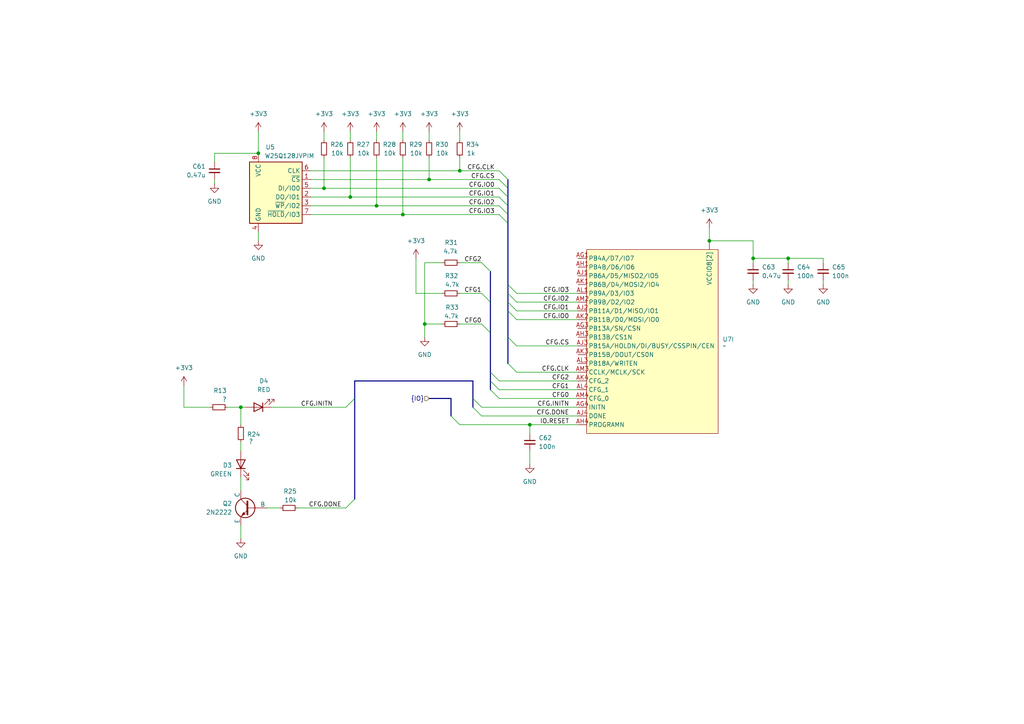
<source format=kicad_sch>
(kicad_sch (version 20231120) (generator "eeschema") (generator_version "8.0")
  (paper "A4")
  (title_block (title "${Project Designation}") (date "2024-06-30") (rev "${Revision}") (comment 1 "${Project Title}") (comment 2 "FPGA BANK 8") (comment 3 "${Part Number}"))
  (lib_symbols
    (symbol "Device:C_Small" (pin_numbers hide) (pin_names (offset 0.254) hide)
      (property "Reference" "C" (at 0.254 1.778 0))
      (property "Value" "C_Small" (at 0.254 -2.032 0))
      (symbol "C_Small_1_1"
        (pin passive line (at 0 2.54 270) (length 2.032) (name "~") (number "1"))
        (pin passive line (at 0 -2.54 90) (length 2.032) (name "~") (number "2"))
      )
    )
    (symbol "Device:LED" (pin_numbers hide) (pin_names (offset 1.016) hide)
      (property "Reference" "D" (at 0 2.54 0))
      (property "Value" "LED" (at 0 -2.54 0))
      (symbol "LED_1_1"
        (pin passive line (at -3.81 0 0) (length 2.54) (name "K") (number "1"))
        (pin passive line (at 3.81 0 180) (length 2.54) (name "A") (number "2"))
      )
    )
    (symbol "Device:R_Small" (pin_numbers hide) (pin_names (offset 0.254) hide)
      (property "Reference" "R" (at 0.762 0.508 0))
      (property "Value" "R_Small" (at 0.762 -1.016 0))
      (symbol "R_Small_1_1"
        (pin passive line (at 0 2.54 270) (length 0.762) (name "~") (number "1"))
        (pin passive line (at 0 -2.54 90) (length 0.762) (name "~") (number "2"))
      )
    )
    (symbol "ECAP5-BSOM:LFE5U-85F-*BG756*"
      (property "Reference" "U" (at -1.016 3.81 0))
      (symbol "LFE5U-85F-*BG756*_1_0"
        (pin power_in line (at 8.89 -15.24 90) (length 2.54) (name "GND[265]") (number ""))
        (pin power_in line (at 22.86 0 180) (length 2.54) (name "VCCAUX[8]") (number ""))
        (pin power_in line (at -5.08 0 0) (length 2.54) (name "VCC[36]") (number ""))
        (pin power_in line (at 8.89 -15.24 90) (length 2.54) hide (name "GND") (number "AA11"))
        (pin power_in line (at -5.08 0 0) (length 2.54) hide (name "VCC") (number "AA12"))
        (pin power_in line (at -5.08 0 0) (length 2.54) hide (name "VCC") (number "AA13"))
        (pin power_in line (at -5.08 0 0) (length 2.54) hide (name "VCC") (number "AA14"))
        (pin power_in line (at -5.08 0 0) (length 2.54) hide (name "VCC") (number "AA15"))
        (pin power_in line (at -5.08 0 0) (length 2.54) hide (name "VCC") (number "AA16"))
        (pin power_in line (at -5.08 0 0) (length 2.54) hide (name "VCC") (number "AA17"))
        (pin power_in line (at -5.08 0 0) (length 2.54) hide (name "VCC") (number "AA18"))
        (pin power_in line (at -5.08 0 0) (length 2.54) hide (name "VCC") (number "AA19"))
        (pin power_in line (at -5.08 0 0) (length 2.54) hide (name "VCC") (number "AA20"))
        (pin power_in line (at -5.08 0 0) (length 2.54) hide (name "VCC") (number "AA21"))
        (pin power_in line (at 8.89 -15.24 90) (length 2.54) hide (name "GND") (number "AA22"))
        (pin power_in line (at 8.89 -15.24 90) (length 2.54) hide (name "GND") (number "AB11"))
        (pin power_in line (at 8.89 -15.24 90) (length 2.54) hide (name "GND") (number "AB12"))
        (pin power_in line (at 8.89 -15.24 90) (length 2.54) hide (name "GND") (number "AB13"))
        (pin power_in line (at 8.89 -15.24 90) (length 2.54) hide (name "GND") (number "AB14"))
        (pin power_in line (at 8.89 -15.24 90) (length 2.54) hide (name "GND") (number "AB15"))
        (pin power_in line (at 8.89 -15.24 90) (length 2.54) hide (name "GND") (number "AB16"))
        (pin power_in line (at 8.89 -15.24 90) (length 2.54) hide (name "GND") (number "AB17"))
        (pin power_in line (at 8.89 -15.24 90) (length 2.54) hide (name "GND") (number "AB18"))
        (pin power_in line (at 8.89 -15.24 90) (length 2.54) hide (name "GND") (number "AB19"))
        (pin power_in line (at 8.89 -15.24 90) (length 2.54) hide (name "GND") (number "AB20"))
        (pin power_in line (at 8.89 -15.24 90) (length 2.54) hide (name "GND") (number "AB21"))
        (pin power_in line (at 8.89 -15.24 90) (length 2.54) hide (name "GND") (number "AB22"))
        (pin power_in line (at 22.86 0 180) (length 2.54) hide (name "VCCAUX") (number "AC11"))
        (pin power_in line (at 8.89 -15.24 90) (length 2.54) hide (name "GND") (number "AC12"))
        (pin power_in line (at 8.89 -15.24 90) (length 2.54) hide (name "GND") (number "AC13"))
        (pin power_in line (at 8.89 -15.24 90) (length 2.54) hide (name "GND") (number "AC14"))
        (pin power_in line (at 8.89 -15.24 90) (length 2.54) hide (name "GND") (number "AC15"))
        (pin power_in line (at 8.89 -15.24 90) (length 2.54) hide (name "GND") (number "AC16"))
        (pin power_in line (at 8.89 -15.24 90) (length 2.54) hide (name "GND") (number "AC17"))
        (pin power_in line (at 8.89 -15.24 90) (length 2.54) hide (name "GND") (number "AC18"))
        (pin power_in line (at 8.89 -15.24 90) (length 2.54) hide (name "GND") (number "AC19"))
        (pin power_in line (at 8.89 -15.24 90) (length 2.54) hide (name "GND") (number "AC20"))
        (pin power_in line (at 8.89 -15.24 90) (length 2.54) hide (name "GND") (number "AC21"))
        (pin power_in line (at 22.86 0 180) (length 2.54) hide (name "VCCAUX") (number "AC22"))
        (pin power_in line (at 8.89 -15.24 90) (length 2.54) hide (name "GND") (number "AD2"))
        (pin power_in line (at 8.89 -15.24 90) (length 2.54) hide (name "GND") (number "AD28"))
        (pin power_in line (at 8.89 -15.24 90) (length 2.54) hide (name "GND") (number "AD31"))
        (pin power_in line (at 8.89 -15.24 90) (length 2.54) hide (name "GND") (number "AD5"))
        (pin power_in line (at 8.89 -15.24 90) (length 2.54) hide (name "GND") (number "AF11"))
        (pin power_in line (at 8.89 -15.24 90) (length 2.54) hide (name "GND") (number "AF12"))
        (pin power_in line (at 8.89 -15.24 90) (length 2.54) hide (name "GND") (number "AF14"))
        (pin power_in line (at 8.89 -15.24 90) (length 2.54) hide (name "GND") (number "AF15"))
        (pin power_in line (at 8.89 -15.24 90) (length 2.54) hide (name "GND") (number "AF16"))
        (pin power_in line (at 8.89 -15.24 90) (length 2.54) hide (name "GND") (number "AF17"))
        (pin power_in line (at 8.89 -15.24 90) (length 2.54) hide (name "GND") (number "AF19"))
        (pin power_in line (at 8.89 -15.24 90) (length 2.54) hide (name "GND") (number "AF20"))
        (pin power_in line (at 8.89 -15.24 90) (length 2.54) hide (name "GND") (number "AF22"))
        (pin power_in line (at 8.89 -15.24 90) (length 2.54) hide (name "GND") (number "AF23"))
        (pin power_in line (at 8.89 -15.24 90) (length 2.54) hide (name "GND") (number "AG11"))
        (pin power_in line (at 8.89 -15.24 90) (length 2.54) hide (name "GND") (number "AG12"))
        (pin power_in line (at 8.89 -15.24 90) (length 2.54) hide (name "GND") (number "AG14"))
        (pin power_in line (at 8.89 -15.24 90) (length 2.54) hide (name "GND") (number "AG15"))
        (pin power_in line (at 8.89 -15.24 90) (length 2.54) hide (name "GND") (number "AG16"))
        (pin power_in line (at 8.89 -15.24 90) (length 2.54) hide (name "GND") (number "AG17"))
        (pin power_in line (at 8.89 -15.24 90) (length 2.54) hide (name "GND") (number "AG19"))
        (pin power_in line (at 8.89 -15.24 90) (length 2.54) hide (name "GND") (number "AG20"))
        (pin power_in line (at 8.89 -15.24 90) (length 2.54) hide (name "GND") (number "AG22"))
        (pin power_in line (at 8.89 -15.24 90) (length 2.54) hide (name "GND") (number "AG23"))
        (pin power_in line (at 8.89 -15.24 90) (length 2.54) hide (name "GND") (number "AG9"))
        (pin power_in line (at 8.89 -15.24 90) (length 2.54) hide (name "GND") (number "AH11"))
        (pin power_in line (at 8.89 -15.24 90) (length 2.54) hide (name "GND") (number "AH12"))
        (pin power_in line (at 8.89 -15.24 90) (length 2.54) hide (name "GND") (number "AH14"))
        (pin power_in line (at 8.89 -15.24 90) (length 2.54) hide (name "GND") (number "AH15"))
        (pin power_in line (at 8.89 -15.24 90) (length 2.54) hide (name "GND") (number "AH16"))
        (pin power_in line (at 8.89 -15.24 90) (length 2.54) hide (name "GND") (number "AH17"))
        (pin power_in line (at 8.89 -15.24 90) (length 2.54) hide (name "GND") (number "AH19"))
        (pin power_in line (at 8.89 -15.24 90) (length 2.54) hide (name "GND") (number "AH2"))
        (pin power_in line (at 8.89 -15.24 90) (length 2.54) hide (name "GND") (number "AH20"))
        (pin power_in line (at 8.89 -15.24 90) (length 2.54) hide (name "GND") (number "AH22"))
        (pin power_in line (at 8.89 -15.24 90) (length 2.54) hide (name "GND") (number "AH23"))
        (pin power_in line (at 8.89 -15.24 90) (length 2.54) hide (name "GND") (number "AH24"))
        (pin power_in line (at 8.89 -15.24 90) (length 2.54) hide (name "GND") (number "AH25"))
        (pin power_in line (at 8.89 -15.24 90) (length 2.54) hide (name "GND") (number "AH26"))
        (pin power_in line (at 8.89 -15.24 90) (length 2.54) hide (name "GND") (number "AH29"))
        (pin power_in line (at 8.89 -15.24 90) (length 2.54) hide (name "GND") (number "AH31"))
        (pin power_in line (at 8.89 -15.24 90) (length 2.54) hide (name "GND") (number "AH5"))
        (pin power_in line (at 8.89 -15.24 90) (length 2.54) hide (name "GND") (number "AH7"))
        (pin power_in line (at 8.89 -15.24 90) (length 2.54) hide (name "GND") (number "AH8"))
        (pin power_in line (at 8.89 -15.24 90) (length 2.54) hide (name "GND") (number "AH9"))
        (pin power_in line (at 8.89 -15.24 90) (length 2.54) hide (name "GND") (number "AJ10"))
        (pin power_in line (at 8.89 -15.24 90) (length 2.54) hide (name "GND") (number "AJ11"))
        (pin power_in line (at 8.89 -15.24 90) (length 2.54) hide (name "GND") (number "AJ12"))
        (pin power_in line (at 8.89 -15.24 90) (length 2.54) hide (name "GND") (number "AJ13"))
        (pin power_in line (at 8.89 -15.24 90) (length 2.54) hide (name "GND") (number "AJ14"))
        (pin power_in line (at 8.89 -15.24 90) (length 2.54) hide (name "GND") (number "AJ15"))
        (pin power_in line (at 8.89 -15.24 90) (length 2.54) hide (name "GND") (number "AJ16"))
        (pin power_in line (at 8.89 -15.24 90) (length 2.54) hide (name "GND") (number "AJ17"))
        (pin power_in line (at 8.89 -15.24 90) (length 2.54) hide (name "GND") (number "AJ18"))
        (pin power_in line (at 8.89 -15.24 90) (length 2.54) hide (name "GND") (number "AJ19"))
        (pin power_in line (at 8.89 -15.24 90) (length 2.54) hide (name "GND") (number "AJ20"))
        (pin power_in line (at 8.89 -15.24 90) (length 2.54) hide (name "GND") (number "AJ21"))
        (pin power_in line (at 8.89 -15.24 90) (length 2.54) hide (name "GND") (number "AJ22"))
        (pin power_in line (at 8.89 -15.24 90) (length 2.54) hide (name "GND") (number "AJ23"))
        (pin power_in line (at 8.89 -15.24 90) (length 2.54) hide (name "GND") (number "AJ24"))
        (pin power_in line (at 8.89 -15.24 90) (length 2.54) hide (name "GND") (number "AJ25"))
        (pin power_in line (at 8.89 -15.24 90) (length 2.54) hide (name "GND") (number "AJ26"))
        (pin power_in line (at 8.89 -15.24 90) (length 2.54) hide (name "GND") (number "AJ7"))
        (pin power_in line (at 8.89 -15.24 90) (length 2.54) hide (name "GND") (number "AJ8"))
        (pin power_in line (at 8.89 -15.24 90) (length 2.54) hide (name "GND") (number "AJ9"))
        (pin power_in line (at 8.89 -15.24 90) (length 2.54) hide (name "GND") (number "AK11"))
        (pin power_in line (at 8.89 -15.24 90) (length 2.54) hide (name "GND") (number "AK14"))
        (pin power_in line (at 8.89 -15.24 90) (length 2.54) hide (name "GND") (number "AK17"))
        (pin power_in line (at 8.89 -15.24 90) (length 2.54) hide (name "GND") (number "AK20"))
        (pin power_in line (at 8.89 -15.24 90) (length 2.54) hide (name "GND") (number "AK23"))
        (pin power_in line (at 8.89 -15.24 90) (length 2.54) hide (name "GND") (number "AK26"))
        (pin power_in line (at 8.89 -15.24 90) (length 2.54) hide (name "GND") (number "AK7"))
        (pin power_in line (at 8.89 -15.24 90) (length 2.54) hide (name "GND") (number "AK8"))
        (pin power_in line (at 8.89 -15.24 90) (length 2.54) hide (name "GND") (number "AL11"))
        (pin power_in line (at 8.89 -15.24 90) (length 2.54) hide (name "GND") (number "AL12"))
        (pin power_in line (at 8.89 -15.24 90) (length 2.54) hide (name "GND") (number "AL14"))
        (pin power_in line (at 8.89 -15.24 90) (length 2.54) hide (name "GND") (number "AL15"))
        (pin power_in line (at 8.89 -15.24 90) (length 2.54) hide (name "GND") (number "AL17"))
        (pin power_in line (at 8.89 -15.24 90) (length 2.54) hide (name "GND") (number "AL18"))
        (pin power_in line (at 8.89 -15.24 90) (length 2.54) hide (name "GND") (number "AL2"))
        (pin power_in line (at 8.89 -15.24 90) (length 2.54) hide (name "GND") (number "AL20"))
        (pin power_in line (at 8.89 -15.24 90) (length 2.54) hide (name "GND") (number "AL21"))
        (pin power_in line (at 8.89 -15.24 90) (length 2.54) hide (name "GND") (number "AL23"))
        (pin power_in line (at 8.89 -15.24 90) (length 2.54) hide (name "GND") (number "AL24"))
        (pin power_in line (at 8.89 -15.24 90) (length 2.54) hide (name "GND") (number "AL26"))
        (pin power_in line (at 8.89 -15.24 90) (length 2.54) hide (name "GND") (number "AL29"))
        (pin power_in line (at 8.89 -15.24 90) (length 2.54) hide (name "GND") (number "AL31"))
        (pin power_in line (at 8.89 -15.24 90) (length 2.54) hide (name "GND") (number "AL5"))
        (pin power_in line (at 8.89 -15.24 90) (length 2.54) hide (name "GND") (number "AL7"))
        (pin power_in line (at 8.89 -15.24 90) (length 2.54) hide (name "GND") (number "AL8"))
        (pin power_in line (at 8.89 -15.24 90) (length 2.54) hide (name "GND") (number "AL9"))
        (pin power_in line (at 8.89 -15.24 90) (length 2.54) hide (name "GND") (number "AM11"))
        (pin power_in line (at 8.89 -15.24 90) (length 2.54) hide (name "GND") (number "AM12"))
        (pin power_in line (at 8.89 -15.24 90) (length 2.54) hide (name "GND") (number "AM14"))
        (pin power_in line (at 8.89 -15.24 90) (length 2.54) hide (name "GND") (number "AM15"))
        (pin power_in line (at 8.89 -15.24 90) (length 2.54) hide (name "GND") (number "AM17"))
        (pin power_in line (at 8.89 -15.24 90) (length 2.54) hide (name "GND") (number "AM18"))
        (pin power_in line (at 8.89 -15.24 90) (length 2.54) hide (name "GND") (number "AM20"))
        (pin power_in line (at 8.89 -15.24 90) (length 2.54) hide (name "GND") (number "AM21"))
        (pin power_in line (at 8.89 -15.24 90) (length 2.54) hide (name "GND") (number "AM23"))
        (pin power_in line (at 8.89 -15.24 90) (length 2.54) hide (name "GND") (number "AM24"))
        (pin power_in line (at 8.89 -15.24 90) (length 2.54) hide (name "GND") (number "AM26"))
        (pin power_in line (at 8.89 -15.24 90) (length 2.54) hide (name "GND") (number "AM7"))
        (pin power_in line (at 8.89 -15.24 90) (length 2.54) hide (name "GND") (number "AM8"))
        (pin power_in line (at 8.89 -15.24 90) (length 2.54) hide (name "GND") (number "AM9"))
        (pin power_in line (at 8.89 -15.24 90) (length 2.54) hide (name "GND") (number "B13"))
        (pin power_in line (at 8.89 -15.24 90) (length 2.54) hide (name "GND") (number "B15"))
        (pin power_in line (at 8.89 -15.24 90) (length 2.54) hide (name "GND") (number "B18"))
        (pin power_in line (at 8.89 -15.24 90) (length 2.54) hide (name "GND") (number "B2"))
        (pin power_in line (at 8.89 -15.24 90) (length 2.54) hide (name "GND") (number "B20"))
        (pin power_in line (at 8.89 -15.24 90) (length 2.54) hide (name "GND") (number "B24"))
        (pin power_in line (at 8.89 -15.24 90) (length 2.54) hide (name "GND") (number "B28"))
        (pin power_in line (at 8.89 -15.24 90) (length 2.54) hide (name "GND") (number "B31"))
        (pin power_in line (at 8.89 -15.24 90) (length 2.54) hide (name "GND") (number "B5"))
        (pin power_in line (at 8.89 -15.24 90) (length 2.54) hide (name "GND") (number "B9"))
        (pin power_in line (at 8.89 -15.24 90) (length 2.54) hide (name "GND") (number "E13"))
        (pin power_in line (at 8.89 -15.24 90) (length 2.54) hide (name "GND") (number "E15"))
        (pin power_in line (at 8.89 -15.24 90) (length 2.54) hide (name "GND") (number "E18"))
        (pin power_in line (at 8.89 -15.24 90) (length 2.54) hide (name "GND") (number "E2"))
        (pin power_in line (at 8.89 -15.24 90) (length 2.54) hide (name "GND") (number "E20"))
        (pin power_in line (at 8.89 -15.24 90) (length 2.54) hide (name "GND") (number "E24"))
        (pin power_in line (at 8.89 -15.24 90) (length 2.54) hide (name "GND") (number "E28"))
        (pin power_in line (at 8.89 -15.24 90) (length 2.54) hide (name "GND") (number "E31"))
        (pin power_in line (at 8.89 -15.24 90) (length 2.54) hide (name "GND") (number "E5"))
        (pin power_in line (at 8.89 -15.24 90) (length 2.54) hide (name "GND") (number "E9"))
        (pin power_in line (at 8.89 -15.24 90) (length 2.54) hide (name "GND") (number "J2"))
        (pin power_in line (at 8.89 -15.24 90) (length 2.54) hide (name "GND") (number "J28"))
        (pin power_in line (at 8.89 -15.24 90) (length 2.54) hide (name "GND") (number "J31"))
        (pin power_in line (at 8.89 -15.24 90) (length 2.54) hide (name "GND") (number "J5"))
        (pin power_in line (at 8.89 -15.24 90) (length 2.54) hide (name "GND") (number "K10"))
        (pin power_in line (at 8.89 -15.24 90) (length 2.54) hide (name "GND") (number "K11"))
        (pin power_in line (at 22.86 0 180) (length 2.54) hide (name "VCCAUX") (number "K13"))
        (pin power_in line (at 22.86 0 180) (length 2.54) hide (name "VCCAUX") (number "K20"))
        (pin power_in line (at 8.89 -15.24 90) (length 2.54) hide (name "GND") (number "K22"))
        (pin power_in line (at 8.89 -15.24 90) (length 2.54) hide (name "GND") (number "K23"))
        (pin power_in line (at 8.89 -15.24 90) (length 2.54) hide (name "GND") (number "L10"))
        (pin power_in line (at 8.89 -15.24 90) (length 2.54) hide (name "GND") (number "L11"))
        (pin power_in line (at 8.89 -15.24 90) (length 2.54) hide (name "GND") (number "L12"))
        (pin power_in line (at 8.89 -15.24 90) (length 2.54) hide (name "GND") (number "L13"))
        (pin power_in line (at 8.89 -15.24 90) (length 2.54) hide (name "GND") (number "L14"))
        (pin power_in line (at 8.89 -15.24 90) (length 2.54) hide (name "GND") (number "L15"))
        (pin power_in line (at 8.89 -15.24 90) (length 2.54) hide (name "GND") (number "L16"))
        (pin power_in line (at 8.89 -15.24 90) (length 2.54) hide (name "GND") (number "L17"))
        (pin power_in line (at 8.89 -15.24 90) (length 2.54) hide (name "GND") (number "L18"))
        (pin power_in line (at 8.89 -15.24 90) (length 2.54) hide (name "GND") (number "L19"))
        (pin power_in line (at 8.89 -15.24 90) (length 2.54) hide (name "GND") (number "L20"))
        (pin power_in line (at 8.89 -15.24 90) (length 2.54) hide (name "GND") (number "L21"))
        (pin power_in line (at 8.89 -15.24 90) (length 2.54) hide (name "GND") (number "L22"))
        (pin power_in line (at 8.89 -15.24 90) (length 2.54) hide (name "GND") (number "L23"))
        (pin power_in line (at 8.89 -15.24 90) (length 2.54) hide (name "GND") (number "M11"))
        (pin power_in line (at -5.08 0 0) (length 2.54) hide (name "VCC") (number "M12"))
        (pin power_in line (at -5.08 0 0) (length 2.54) hide (name "VCC") (number "M13"))
        (pin power_in line (at -5.08 0 0) (length 2.54) hide (name "VCC") (number "M14"))
        (pin power_in line (at -5.08 0 0) (length 2.54) hide (name "VCC") (number "M15"))
        (pin power_in line (at -5.08 0 0) (length 2.54) hide (name "VCC") (number "M16"))
        (pin power_in line (at -5.08 0 0) (length 2.54) hide (name "VCC") (number "M17"))
        (pin power_in line (at -5.08 0 0) (length 2.54) hide (name "VCC") (number "M18"))
        (pin power_in line (at -5.08 0 0) (length 2.54) hide (name "VCC") (number "M19"))
        (pin power_in line (at -5.08 0 0) (length 2.54) hide (name "VCC") (number "M20"))
        (pin power_in line (at -5.08 0 0) (length 2.54) hide (name "VCC") (number "M21"))
        (pin power_in line (at 8.89 -15.24 90) (length 2.54) hide (name "GND") (number "M22"))
        (pin power_in line (at 22.86 0 180) (length 2.54) hide (name "VCCAUX") (number "N10"))
        (pin power_in line (at 8.89 -15.24 90) (length 2.54) hide (name "GND") (number "N11"))
        (pin power_in line (at -5.08 0 0) (length 2.54) hide (name "VCC") (number "N12"))
        (pin power_in line (at 8.89 -15.24 90) (length 2.54) hide (name "GND") (number "N13"))
        (pin power_in line (at 8.89 -15.24 90) (length 2.54) hide (name "GND") (number "N14"))
        (pin power_in line (at 8.89 -15.24 90) (length 2.54) hide (name "GND") (number "N15"))
        (pin power_in line (at 8.89 -15.24 90) (length 2.54) hide (name "GND") (number "N16"))
        (pin power_in line (at 8.89 -15.24 90) (length 2.54) hide (name "GND") (number "N17"))
        (pin power_in line (at 8.89 -15.24 90) (length 2.54) hide (name "GND") (number "N18"))
        (pin power_in line (at 8.89 -15.24 90) (length 2.54) hide (name "GND") (number "N19"))
        (pin power_in line (at 8.89 -15.24 90) (length 2.54) hide (name "GND") (number "N2"))
        (pin power_in line (at 8.89 -15.24 90) (length 2.54) hide (name "GND") (number "N20"))
        (pin power_in line (at -5.08 0 0) (length 2.54) hide (name "VCC") (number "N21"))
        (pin power_in line (at 8.89 -15.24 90) (length 2.54) hide (name "GND") (number "N22"))
        (pin power_in line (at 22.86 0 180) (length 2.54) hide (name "VCCAUX") (number "N23"))
        (pin power_in line (at 8.89 -15.24 90) (length 2.54) hide (name "GND") (number "N28"))
        (pin power_in line (at 8.89 -15.24 90) (length 2.54) hide (name "GND") (number "N31"))
        (pin power_in line (at 8.89 -15.24 90) (length 2.54) hide (name "GND") (number "N5"))
        (pin power_in line (at 8.89 -15.24 90) (length 2.54) hide (name "GND") (number "P11"))
        (pin power_in line (at -5.08 0 0) (length 2.54) hide (name "VCC") (number "P12"))
        (pin power_in line (at 8.89 -15.24 90) (length 2.54) hide (name "GND") (number "P13"))
        (pin power_in line (at 8.89 -15.24 90) (length 2.54) hide (name "GND") (number "P14"))
        (pin power_in line (at 8.89 -15.24 90) (length 2.54) hide (name "GND") (number "P15"))
        (pin power_in line (at 8.89 -15.24 90) (length 2.54) hide (name "GND") (number "P16"))
        (pin power_in line (at 8.89 -15.24 90) (length 2.54) hide (name "GND") (number "P17"))
        (pin power_in line (at 8.89 -15.24 90) (length 2.54) hide (name "GND") (number "P18"))
        (pin power_in line (at 8.89 -15.24 90) (length 2.54) hide (name "GND") (number "P19"))
        (pin power_in line (at -5.08 0 0) (length 2.54) hide (name "VCC") (number "P21"))
        (pin power_in line (at 8.89 -15.24 90) (length 2.54) hide (name "GND") (number "P22"))
        (pin power_in line (at -5.08 0 0) (length 2.54) hide (name "VCC") (number "R12"))
        (pin power_in line (at 8.89 -15.24 90) (length 2.54) hide (name "GND") (number "R13"))
        (pin power_in line (at 8.89 -15.24 90) (length 2.54) hide (name "GND") (number "R14"))
        (pin power_in line (at 8.89 -15.24 90) (length 2.54) hide (name "GND") (number "R15"))
        (pin power_in line (at 8.89 -15.24 90) (length 2.54) hide (name "GND") (number "R16"))
        (pin power_in line (at 8.89 -15.24 90) (length 2.54) hide (name "GND") (number "R17"))
        (pin power_in line (at 8.89 -15.24 90) (length 2.54) hide (name "GND") (number "R18"))
        (pin power_in line (at 8.89 -15.24 90) (length 2.54) hide (name "GND") (number "R19"))
        (pin power_in line (at 8.89 -15.24 90) (length 2.54) hide (name "GND") (number "R2"))
        (pin power_in line (at 8.89 -15.24 90) (length 2.54) hide (name "GND") (number "R20"))
        (pin power_in line (at -5.08 0 0) (length 2.54) hide (name "VCC") (number "R21"))
        (pin power_in line (at 8.89 -15.24 90) (length 2.54) hide (name "GND") (number "R22"))
        (pin power_in line (at 8.89 -15.24 90) (length 2.54) hide (name "GND") (number "R28"))
        (pin power_in line (at 8.89 -15.24 90) (length 2.54) hide (name "GND") (number "R31"))
        (pin power_in line (at 8.89 -15.24 90) (length 2.54) hide (name "GND") (number "R5"))
        (pin power_in line (at 8.89 -15.24 90) (length 2.54) hide (name "GND") (number "T11"))
        (pin power_in line (at -5.08 0 0) (length 2.54) hide (name "VCC") (number "T12"))
        (pin power_in line (at 8.89 -15.24 90) (length 2.54) hide (name "GND") (number "T13"))
        (pin power_in line (at 8.89 -15.24 90) (length 2.54) hide (name "GND") (number "T14"))
        (pin power_in line (at 8.89 -15.24 90) (length 2.54) hide (name "GND") (number "T15"))
        (pin power_in line (at 8.89 -15.24 90) (length 2.54) hide (name "GND") (number "T16"))
        (pin power_in line (at 8.89 -15.24 90) (length 2.54) hide (name "GND") (number "T17"))
        (pin power_in line (at 8.89 -15.24 90) (length 2.54) hide (name "GND") (number "T18"))
        (pin power_in line (at 8.89 -15.24 90) (length 2.54) hide (name "GND") (number "T19"))
        (pin power_in line (at 8.89 -15.24 90) (length 2.54) hide (name "GND") (number "T20"))
        (pin power_in line (at -5.08 0 0) (length 2.54) hide (name "VCC") (number "T21"))
        (pin power_in line (at 8.89 -15.24 90) (length 2.54) hide (name "GND") (number "T22"))
        (pin power_in line (at 8.89 -15.24 90) (length 2.54) hide (name "GND") (number "U11"))
        (pin power_in line (at -5.08 0 0) (length 2.54) hide (name "VCC") (number "U12"))
        (pin power_in line (at 8.89 -15.24 90) (length 2.54) hide (name "GND") (number "U13"))
        (pin power_in line (at 8.89 -15.24 90) (length 2.54) hide (name "GND") (number "U14"))
        (pin power_in line (at 8.89 -15.24 90) (length 2.54) hide (name "GND") (number "U15"))
        (pin power_in line (at 8.89 -15.24 90) (length 2.54) hide (name "GND") (number "U16"))
        (pin power_in line (at 8.89 -15.24 90) (length 2.54) hide (name "GND") (number "U17"))
        (pin power_in line (at 8.89 -15.24 90) (length 2.54) hide (name "GND") (number "U18"))
        (pin power_in line (at 8.89 -15.24 90) (length 2.54) hide (name "GND") (number "U19"))
        (pin power_in line (at 8.89 -15.24 90) (length 2.54) hide (name "GND") (number "U20"))
        (pin power_in line (at -5.08 0 0) (length 2.54) hide (name "VCC") (number "U21"))
        (pin power_in line (at 8.89 -15.24 90) (length 2.54) hide (name "GND") (number "U22"))
        (pin power_in line (at 8.89 -15.24 90) (length 2.54) hide (name "GND") (number "V11"))
        (pin power_in line (at -5.08 0 0) (length 2.54) hide (name "VCC") (number "V12"))
        (pin power_in line (at 8.89 -15.24 90) (length 2.54) hide (name "GND") (number "V13"))
        (pin power_in line (at 8.89 -15.24 90) (length 2.54) hide (name "GND") (number "V14"))
        (pin power_in line (at 8.89 -15.24 90) (length 2.54) hide (name "GND") (number "V15"))
        (pin power_in line (at 8.89 -15.24 90) (length 2.54) hide (name "GND") (number "V16"))
        (pin power_in line (at 8.89 -15.24 90) (length 2.54) hide (name "GND") (number "V17"))
        (pin power_in line (at 8.89 -15.24 90) (length 2.54) hide (name "GND") (number "V18"))
        (pin power_in line (at 8.89 -15.24 90) (length 2.54) hide (name "GND") (number "V19"))
        (pin power_in line (at 8.89 -15.24 90) (length 2.54) hide (name "GND") (number "V2"))
        (pin power_in line (at 8.89 -15.24 90) (length 2.54) hide (name "GND") (number "V20"))
        (pin power_in line (at -5.08 0 0) (length 2.54) hide (name "VCC") (number "V21"))
        (pin power_in line (at 8.89 -15.24 90) (length 2.54) hide (name "GND") (number "V22"))
        (pin power_in line (at 8.89 -15.24 90) (length 2.54) hide (name "GND") (number "V28"))
        (pin power_in line (at 8.89 -15.24 90) (length 2.54) hide (name "GND") (number "V31"))
        (pin power_in line (at 8.89 -15.24 90) (length 2.54) hide (name "GND") (number "V5"))
        (pin power_in line (at 8.89 -15.24 90) (length 2.54) hide (name "GND") (number "W11"))
        (pin power_in line (at -5.08 0 0) (length 2.54) hide (name "VCC") (number "W12"))
        (pin power_in line (at 8.89 -15.24 90) (length 2.54) hide (name "GND") (number "W13"))
        (pin power_in line (at 8.89 -15.24 90) (length 2.54) hide (name "GND") (number "W14"))
        (pin power_in line (at 8.89 -15.24 90) (length 2.54) hide (name "GND") (number "W15"))
        (pin power_in line (at 8.89 -15.24 90) (length 2.54) hide (name "GND") (number "W16"))
        (pin power_in line (at 8.89 -15.24 90) (length 2.54) hide (name "GND") (number "W17"))
        (pin power_in line (at 8.89 -15.24 90) (length 2.54) hide (name "GND") (number "W18"))
        (pin power_in line (at 8.89 -15.24 90) (length 2.54) hide (name "GND") (number "W19"))
        (pin power_in line (at 8.89 -15.24 90) (length 2.54) hide (name "GND") (number "W20"))
        (pin power_in line (at -5.08 0 0) (length 2.54) hide (name "VCC") (number "W21"))
        (pin power_in line (at 8.89 -15.24 90) (length 2.54) hide (name "GND") (number "W22"))
        (pin power_in line (at 22.86 0 180) (length 2.54) hide (name "VCCAUX") (number "Y10"))
        (pin power_in line (at 8.89 -15.24 90) (length 2.54) hide (name "GND") (number "Y11"))
        (pin power_in line (at -5.08 0 0) (length 2.54) hide (name "VCC") (number "Y12"))
        (pin power_in line (at 8.89 -15.24 90) (length 2.54) hide (name "GND") (number "Y13"))
        (pin power_in line (at 8.89 -15.24 90) (length 2.54) hide (name "GND") (number "Y14"))
        (pin power_in line (at 8.89 -15.24 90) (length 2.54) hide (name "GND") (number "Y15"))
        (pin power_in line (at 8.89 -15.24 90) (length 2.54) hide (name "GND") (number "Y16"))
        (pin power_in line (at 8.89 -15.24 90) (length 2.54) hide (name "GND") (number "Y17"))
        (pin power_in line (at 8.89 -15.24 90) (length 2.54) hide (name "GND") (number "Y18"))
        (pin power_in line (at 8.89 -15.24 90) (length 2.54) hide (name "GND") (number "Y19"))
        (pin power_in line (at 8.89 -15.24 90) (length 2.54) hide (name "GND") (number "Y2"))
        (pin power_in line (at 8.89 -15.24 90) (length 2.54) hide (name "GND") (number "Y20"))
        (pin power_in line (at -5.08 0 0) (length 2.54) hide (name "VCC") (number "Y21"))
        (pin power_in line (at 8.89 -15.24 90) (length 2.54) hide (name "GND") (number "Y22"))
        (pin power_in line (at 22.86 0 180) (length 2.54) hide (name "VCCAUX") (number "Y23"))
        (pin power_in line (at 8.89 -15.24 90) (length 2.54) hide (name "GND") (number "Y31"))
      )
      (symbol "LFE5U-85F-*BG756*_2_0"
        (pin power_in line (at 30.48 5.08 270) (length 2.54) (name "VCCIO0[4]") (number ""))
        (pin power_in line (at -3.81 -63.5 0) (length 2.54) (name "PT31B") (number "A10"))
        (pin power_in line (at 35.56 -12.7 180) (length 2.54) (name "PT38B") (number "A11"))
        (pin power_in line (at 35.56 -22.86 180) (length 2.54) (name "PT42B") (number "A13"))
        (pin power_in line (at 35.56 -38.1 180) (length 2.54) (name "PT49B") (number "A14"))
        (pin power_in line (at 35.56 -48.26 180) (length 2.54) (name "PT54B") (number "A15"))
        (pin power_in line (at 35.56 -63.5 180) (length 2.54) (name "PT60B/GR_PCLK0_0") (number "A16"))
        (pin power_in line (at 35.56 -66.04 180) (length 2.54) (name "PT63A/PCLKT0_1") (number "A17"))
        (pin power_in line (at -3.81 -5.08 0) (length 2.54) (name "PT6A") (number "A2"))
        (pin power_in line (at -3.81 -7.62 0) (length 2.54) (name "PT6B") (number "A3"))
        (pin power_in line (at -3.81 -10.16 0) (length 2.54) (name "PT9A") (number "A4"))
        (pin power_in line (at -3.81 -12.7 0) (length 2.54) (name "PT9B") (number "A5"))
        (pin power_in line (at -3.81 -22.86 0) (length 2.54) (name "PT13B") (number "A7"))
        (pin power_in line (at -3.81 -38.1 0) (length 2.54) (name "PT20B") (number "A8"))
        (pin power_in line (at -3.81 -48.26 0) (length 2.54) (name "PT24B") (number "A9"))
        (pin power_in line (at -3.81 -60.96 0) (length 2.54) (name "PT31A") (number "B10"))
        (pin power_in line (at 35.56 -10.16 180) (length 2.54) (name "PT38A") (number "B11"))
        (pin power_in line (at 35.56 -35.56 180) (length 2.54) (name "PT49A") (number "B14"))
        (pin power_in line (at 35.56 -60.96 180) (length 2.54) (name "PT60A/GR_PCLK0_1") (number "B16"))
        (pin power_in line (at 35.56 -68.58 180) (length 2.54) (name "PT63B/PCLKC0_1") (number "B17"))
        (pin power_in line (at -3.81 0 0) (length 2.54) (name "PT4A/ULC_GPLL1T_IN") (number "B3"))
        (pin power_in line (at -3.81 -2.54 0) (length 2.54) (name "PT4B/ULC_GPLL1C_IN") (number "B4"))
        (pin power_in line (at -3.81 -20.32 0) (length 2.54) (name "PT13A") (number "B7"))
        (pin power_in line (at -3.81 -35.56 0) (length 2.54) (name "PT20A") (number "B8"))
        (pin power_in line (at -3.81 -58.42 0) (length 2.54) (name "PT29B") (number "C10"))
        (pin power_in line (at -3.81 -73.66 0) (length 2.54) (name "PT36B") (number "C11"))
        (pin power_in line (at 35.56 -20.32 180) (length 2.54) (name "PT42A") (number "C13"))
        (pin power_in line (at 35.56 -33.02 180) (length 2.54) (name "PT47B") (number "C14"))
        (pin power_in line (at 35.56 -45.72 180) (length 2.54) (name "PT54A") (number "C15"))
        (pin power_in line (at 35.56 -58.42 180) (length 2.54) (name "PT58B") (number "C16"))
        (pin power_in line (at 35.56 -71.12 180) (length 2.54) (name "PT65A/PCLKT0_0") (number "C17"))
        (pin power_in line (at -3.81 -17.78 0) (length 2.54) (name "PT11B") (number "C7"))
        (pin power_in line (at -3.81 -33.02 0) (length 2.54) (name "PT18B") (number "C8"))
        (pin power_in line (at -3.81 -45.72 0) (length 2.54) (name "PT24A") (number "C9"))
        (pin power_in line (at -3.81 -55.88 0) (length 2.54) (name "PT29A") (number "D10"))
        (pin power_in line (at -3.81 -71.12 0) (length 2.54) (name "PT36A") (number "D11"))
        (pin power_in line (at 35.56 -17.78 180) (length 2.54) (name "PT40B") (number "D13"))
        (pin power_in line (at 35.56 -30.48 180) (length 2.54) (name "PT47A") (number "D14"))
        (pin power_in line (at 35.56 -43.18 180) (length 2.54) (name "PT51B") (number "D15"))
        (pin power_in line (at 35.56 -55.88 180) (length 2.54) (name "PT58A") (number "D16"))
        (pin power_in line (at 35.56 -73.66 180) (length 2.54) (name "PT65B/PCLKC0_0") (number "D17"))
        (pin power_in line (at -3.81 -15.24 0) (length 2.54) (name "PT11A") (number "D7"))
        (pin power_in line (at -3.81 -30.48 0) (length 2.54) (name "PT18A") (number "D8"))
        (pin power_in line (at -3.81 -43.18 0) (length 2.54) (name "PT22B") (number "D9"))
        (pin power_in line (at -3.81 -53.34 0) (length 2.54) (name "PT27B") (number "E10"))
        (pin power_in line (at -3.81 -68.58 0) (length 2.54) (name "PT33B") (number "E11"))
        (pin power_in line (at 35.56 -27.94 180) (length 2.54) (name "PT45B") (number "E14"))
        (pin power_in line (at 35.56 -53.34 180) (length 2.54) (name "PT56B") (number "E16"))
        (pin power_in line (at -3.81 -27.94 0) (length 2.54) (name "PT15B") (number "E8"))
        (pin power_in line (at -3.81 -50.8 0) (length 2.54) (name "PT27A") (number "F10"))
        (pin power_in line (at -3.81 -66.04 0) (length 2.54) (name "PT33A") (number "F11"))
        (pin power_in line (at 35.56 -15.24 180) (length 2.54) (name "PT40A") (number "F13"))
        (pin power_in line (at 35.56 -25.4 180) (length 2.54) (name "PT45A") (number "F14"))
        (pin power_in line (at 35.56 -40.64 180) (length 2.54) (name "PT51A") (number "F15"))
        (pin power_in line (at 35.56 -50.8 180) (length 2.54) (name "PT56A") (number "F16"))
        (pin power_in line (at -3.81 -25.4 0) (length 2.54) (name "PT15A") (number "F8"))
        (pin power_in line (at -3.81 -40.64 0) (length 2.54) (name "PT22A") (number "F9"))
        (pin power_in line (at 30.48 5.08 270) (length 2.54) hide (name "VCCIO0") (number "K12"))
        (pin power_in line (at 30.48 5.08 270) (length 2.54) hide (name "VCCIO0") (number "K14"))
        (pin power_in line (at 30.48 5.08 270) (length 2.54) hide (name "VCCIO0") (number "K15"))
        (pin power_in line (at 30.48 5.08 270) (length 2.54) hide (name "VCCIO0") (number "K16"))
      )
      (symbol "LFE5U-85F-*BG756*_3_0"
        (pin power_in line (at 30.48 5.08 270) (length 2.54) (name "VCCIO1[4]") (number ""))
        (pin power_in line (at -3.81 -5.08 0) (length 2.54) (name "PT71A/PCLKT1_0") (number "A18"))
        (pin power_in line (at -3.81 -15.24 0) (length 2.54) (name "PT76A") (number "A19"))
        (pin power_in line (at -3.81 -30.48 0) (length 2.54) (name "PT83A") (number "A20"))
        (pin power_in line (at -3.81 -40.64 0) (length 2.54) (name "PT87A") (number "A22"))
        (pin power_in line (at -3.81 -55.88 0) (length 2.54) (name "PT94A") (number "A23"))
        (pin power_in line (at -3.81 -71.12 0) (length 2.54) (name "PT101A") (number "A24"))
        (pin power_in line (at 35.56 -35.56 180) (length 2.54) (name "PT105A") (number "A25"))
        (pin power_in line (at 35.56 -50.8 180) (length 2.54) (name "PT112A") (number "A26"))
        (pin power_in line (at 35.56 -60.96 180) (length 2.54) (name "PT116A") (number "A28"))
        (pin power_in line (at 35.56 -63.5 180) (length 2.54) (name "PT116B") (number "A29"))
        (pin power_in line (at 35.56 -66.04 180) (length 2.54) (name "PT119A") (number "A30"))
        (pin power_in line (at 35.56 -68.58 180) (length 2.54) (name "PT119B") (number "A31"))
        (pin power_in line (at -3.81 -17.78 0) (length 2.54) (name "PT76B") (number "B19"))
        (pin power_in line (at -3.81 -43.18 0) (length 2.54) (name "PT87B") (number "B22"))
        (pin power_in line (at -3.81 -58.42 0) (length 2.54) (name "PT94B") (number "B23"))
        (pin power_in line (at 35.56 -38.1 180) (length 2.54) (name "PT105B") (number "B25"))
        (pin power_in line (at 35.56 -53.34 180) (length 2.54) (name "PT112B") (number "B26"))
        (pin power_in line (at 35.56 -71.12 180) (length 2.54) (name "PT121A/URC_GPLL1T_IN") (number "B29"))
        (pin power_in line (at 35.56 -73.66 180) (length 2.54) (name "PT121B/URC_GPLL1C_IN") (number "B30"))
        (pin power_in line (at -3.81 -7.62 0) (length 2.54) (name "PT71B/PCLKC1_0") (number "C18"))
        (pin power_in line (at -3.81 -20.32 0) (length 2.54) (name "PT78A") (number "C19"))
        (pin power_in line (at -3.81 -33.02 0) (length 2.54) (name "PT83B") (number "C20"))
        (pin power_in line (at -3.81 -45.72 0) (length 2.54) (name "PT89A") (number "C22"))
        (pin power_in line (at -3.81 -60.96 0) (length 2.54) (name "PT96A") (number "C23"))
        (pin power_in line (at -3.81 -73.66 0) (length 2.54) (name "PT101B") (number "C24"))
        (pin power_in line (at 35.56 -40.64 180) (length 2.54) (name "PT107A") (number "C25"))
        (pin power_in line (at 35.56 -55.88 180) (length 2.54) (name "PT114A") (number "C26"))
        (pin power_in line (at -3.81 -10.16 0) (length 2.54) (name "PT74A/GR_PCLK1_0") (number "D18"))
        (pin power_in line (at -3.81 -22.86 0) (length 2.54) (name "PT78B") (number "D19"))
        (pin power_in line (at -3.81 -35.56 0) (length 2.54) (name "PT85A") (number "D20"))
        (pin power_in line (at -3.81 -48.26 0) (length 2.54) (name "PT89B") (number "D22"))
        (pin power_in line (at -3.81 -63.5 0) (length 2.54) (name "PT96B") (number "D23"))
        (pin power_in line (at 35.56 -30.48 180) (length 2.54) (name "PT103A") (number "D24"))
        (pin power_in line (at 35.56 -43.18 180) (length 2.54) (name "PT107B") (number "D25"))
        (pin power_in line (at 35.56 -58.42 180) (length 2.54) (name "PT114B") (number "D26"))
        (pin power_in line (at -3.81 0 0) (length 2.54) (name "PT69A/PCLKT1_1") (number "E17"))
        (pin power_in line (at -3.81 -25.4 0) (length 2.54) (name "PT80A") (number "E19"))
        (pin power_in line (at -3.81 -50.8 0) (length 2.54) (name "PT92A") (number "E22"))
        (pin power_in line (at -3.81 -66.04 0) (length 2.54) (name "PT98A") (number "E23"))
        (pin power_in line (at 35.56 -45.72 180) (length 2.54) (name "PT110A") (number "E25"))
        (pin power_in line (at -3.81 -2.54 0) (length 2.54) (name "PT69B/PCLKC1_1") (number "F17"))
        (pin power_in line (at -3.81 -12.7 0) (length 2.54) (name "PT74B/GR_PCLK1_1") (number "F18"))
        (pin power_in line (at -3.81 -27.94 0) (length 2.54) (name "PT80B") (number "F19"))
        (pin power_in line (at -3.81 -38.1 0) (length 2.54) (name "PT85B") (number "F20"))
        (pin power_in line (at -3.81 -53.34 0) (length 2.54) (name "PT92B") (number "F22"))
        (pin power_in line (at -3.81 -68.58 0) (length 2.54) (name "PT98B") (number "F23"))
        (pin power_in line (at 35.56 -33.02 180) (length 2.54) (name "PT103B") (number "F24"))
        (pin power_in line (at 35.56 -48.26 180) (length 2.54) (name "PT110B") (number "F25"))
        (pin power_in line (at 30.48 5.08 270) (length 2.54) hide (name "VCCIO1") (number "K17"))
        (pin power_in line (at 30.48 5.08 270) (length 2.54) hide (name "VCCIO1") (number "K18"))
        (pin power_in line (at 30.48 5.08 270) (length 2.54) hide (name "VCCIO1") (number "K19"))
        (pin power_in line (at 30.48 5.08 270) (length 2.54) hide (name "VCCIO1") (number "K21"))
      )
      (symbol "LFE5U-85F-*BG756*_4_0"
        (pin power_in line (at 30.48 5.08 270) (length 2.54) (name "VCCIO2[4]") (number ""))
        (pin power_in line (at -3.81 -20.32 0) (length 2.54) (name "PR17A") (number "B32"))
        (pin power_in line (at -3.81 0 0) (length 2.54) (name "PR11A/URC_GPLL0T_IN") (number "C28"))
        (pin power_in line (at -3.81 -5.08 0) (length 2.54) (name "PR11C") (number "C29"))
        (pin power_in line (at -3.81 -7.62 0) (length 2.54) (name "PR11D") (number "C30"))
        (pin power_in line (at -3.81 -22.86 0) (length 2.54) (name "PR17B") (number "C31"))
        (pin power_in line (at -3.81 -35.56 0) (length 2.54) (name "PR20C") (number "C32"))
        (pin power_in line (at -3.81 -2.54 0) (length 2.54) (name "PR11B/URC_GPLL0C_IN") (number "D28"))
        (pin power_in line (at -3.81 -10.16 0) (length 2.54) (name "PR14A") (number "D29"))
        (pin power_in line (at -3.81 -25.4 0) (length 2.54) (name "PR17C") (number "D30"))
        (pin power_in line (at -3.81 -27.94 0) (length 2.54) (name "PR17D") (number "D31"))
        (pin power_in line (at -3.81 -38.1 0) (length 2.54) (name "PR20D") (number "D32"))
        (pin power_in line (at -3.81 -12.7 0) (length 2.54) (name "PR14B") (number "E29"))
        (pin power_in line (at -3.81 -33.02 0) (length 2.54) (name "PR20B") (number "E30"))
        (pin power_in line (at -3.81 -43.18 0) (length 2.54) (name "PR23B") (number "E32"))
        (pin power_in line (at -3.81 -17.78 0) (length 2.54) (name "PR14D") (number "F28"))
        (pin power_in line (at -3.81 -15.24 0) (length 2.54) (name "PR14C") (number "F29"))
        (pin power_in line (at -3.81 -30.48 0) (length 2.54) (name "PR20A") (number "F30"))
        (pin power_in line (at -3.81 -40.64 0) (length 2.54) (name "PR23A") (number "F31"))
        (pin power_in line (at -3.81 -45.72 0) (length 2.54) (name "PR23C") (number "F32"))
        (pin power_in line (at 35.56 -35.56 180) (length 2.54) (name "PR35A") (number "H27"))
        (pin power_in line (at 35.56 -38.1 180) (length 2.54) (name "PR35B") (number "H28"))
        (pin power_in line (at -3.81 -53.34 0) (length 2.54) (name "PR26B") (number "H30"))
        (pin power_in line (at -3.81 -50.8 0) (length 2.54) (name "PR26A") (number "H31"))
        (pin power_in line (at -3.81 -48.26 0) (length 2.54) (name "PR23D") (number "H32"))
        (pin power_in line (at 35.56 -40.64 180) (length 2.54) (name "PR35C/VREF1_2") (number "J26"))
        (pin power_in line (at 35.56 -43.18 180) (length 2.54) (name "PR35D") (number "J27"))
        (pin power_in line (at 35.56 -30.48 180) (length 2.54) (name "PR32C") (number "J29"))
        (pin power_in line (at -3.81 -55.88 0) (length 2.54) (name "PR26C") (number "J30"))
        (pin power_in line (at -3.81 -63.5 0) (length 2.54) (name "PR29B") (number "J32"))
        (pin power_in line (at 35.56 -48.26 180) (length 2.54) (name "PR38B") (number "K26"))
        (pin power_in line (at 35.56 -45.72 180) (length 2.54) (name "PR38A") (number "K27"))
        (pin power_in line (at 35.56 -50.8 180) (length 2.54) (name "PR38C") (number "K28"))
        (pin power_in line (at 35.56 -33.02 180) (length 2.54) (name "PR32D") (number "K29"))
        (pin power_in line (at -3.81 -58.42 0) (length 2.54) (name "PR26D") (number "K30"))
        (pin power_in line (at -3.81 -60.96 0) (length 2.54) (name "PR29A") (number "K31"))
        (pin power_in line (at -3.81 -66.04 0) (length 2.54) (name "PR29C") (number "K32"))
        (pin power_in line (at 35.56 -60.96 180) (length 2.54) (name "PR41C/GR_PCLK2_0") (number "L26"))
        (pin power_in line (at 35.56 -63.5 180) (length 2.54) (name "PR41D") (number "L27"))
        (pin power_in line (at 35.56 -53.34 180) (length 2.54) (name "PR38D") (number "L29"))
        (pin power_in line (at -3.81 -73.66 0) (length 2.54) (name "PR32B") (number "L30"))
        (pin power_in line (at -3.81 -71.12 0) (length 2.54) (name "PR32A") (number "L31"))
        (pin power_in line (at -3.81 -68.58 0) (length 2.54) (name "PR29D") (number "L32"))
        (pin power_in line (at 30.48 5.08 270) (length 2.54) hide (name "VCCIO2") (number "M23"))
        (pin power_in line (at 35.56 -68.58 180) (length 2.54) (name "PR44B/PCLKC2_1") (number "N26"))
        (pin power_in line (at 35.56 -66.04 180) (length 2.54) (name "PR44A/PCLKT2_1") (number "N27"))
        (pin power_in line (at 35.56 -58.42 180) (length 2.54) (name "PR41B") (number "N29"))
        (pin power_in line (at 35.56 -55.88 180) (length 2.54) (name "PR41A/GR_PCLK2_1") (number "N30"))
        (pin power_in line (at 30.48 5.08 270) (length 2.54) hide (name "VCCIO2") (number "P23"))
        (pin power_in line (at 35.56 -73.66 180) (length 2.54) (name "PR44D/PCLKC2_0") (number "P26"))
        (pin power_in line (at 35.56 -71.12 180) (length 2.54) (name "PR44C/PCLKT2_0") (number "P27"))
        (pin power_in line (at 30.48 5.08 270) (length 2.54) hide (name "VCCIO2") (number "R23"))
        (pin power_in line (at 30.48 5.08 270) (length 2.54) hide (name "VCCIO2") (number "T23"))
      )
      (symbol "LFE5U-85F-*BG756*_5_0"
        (pin power_in line (at 30.48 5.08 270) (length 2.54) (name "VCCIO3[4]") (number ""))
        (pin power_in line (at 30.48 5.08 270) (length 2.54) hide (name "VCCIO3") (number "AA23"))
        (pin power_in line (at 35.56 -20.32 180) (length 2.54) (name "PR74C") (number "AB26"))
        (pin power_in line (at 35.56 -27.94 180) (length 2.54) (name "PR77B") (number "AB27"))
        (pin power_in line (at 35.56 -25.4 180) (length 2.54) (name "PR77A") (number "AB28"))
        (pin power_in line (at 35.56 -48.26 180) (length 2.54) (name "PR83B") (number "AB29"))
        (pin power_in line (at 35.56 -45.72 180) (length 2.54) (name "PR83A") (number "AB30"))
        (pin power_in line (at 35.56 -68.58 180) (length 2.54) (name "PR89B") (number "AB32"))
        (pin power_in line (at 35.56 -76.2 180) (length 2.54) (name "PR92A") (number "AB32"))
        (pin power_in line (at 35.56 -30.48 180) (length 2.54) (name "PR77C") (number "AC26"))
        (pin power_in line (at 35.56 -22.86 180) (length 2.54) (name "PR74D") (number "AC27"))
        (pin power_in line (at 35.56 -50.8 180) (length 2.54) (name "PR83C") (number "AC28"))
        (pin power_in line (at 35.56 -66.04 180) (length 2.54) (name "PR89A") (number "AC30"))
        (pin power_in line (at 35.56 -71.12 180) (length 2.54) (name "PR89C") (number "AC31"))
        (pin power_in line (at 35.56 -78.74 180) (length 2.54) (name "PR92B") (number "AC32"))
        (pin power_in line (at 35.56 -33.02 180) (length 2.54) (name "PR77D") (number "AD26"))
        (pin power_in line (at 35.56 -35.56 180) (length 2.54) (name "PR80A") (number "AD27"))
        (pin power_in line (at 35.56 -53.34 180) (length 2.54) (name "PR83D") (number "AD29"))
        (pin power_in line (at 35.56 -60.96 180) (length 2.54) (name "PR86C") (number "AD30"))
        (pin power_in line (at 35.56 -81.28 180) (length 2.54) (name "PR92C/LRC_GPLL0T_IN") (number "AD32"))
        (pin power_in line (at 35.56 -38.1 180) (length 2.54) (name "PR80B") (number "AE27"))
        (pin power_in line (at 35.56 -40.64 180) (length 2.54) (name "PR80C") (number "AE28"))
        (pin power_in line (at 35.56 -43.18 180) (length 2.54) (name "PR80D") (number "AE29"))
        (pin power_in line (at 35.56 -63.5 180) (length 2.54) (name "PR86D") (number "AE30"))
        (pin power_in line (at 35.56 -73.66 180) (length 2.54) (name "PR89D") (number "AE31"))
        (pin power_in line (at 35.56 -83.82 180) (length 2.54) (name "PR92D/LRC_GPLL0C_IN") (number "AE32"))
        (pin power_in line (at -3.81 -50.8 0) (length 2.54) (name "PR62A") (number "N32"))
        (pin power_in line (at -3.81 0 0) (length 2.54) (name "PR47A/PCLKT3_1") (number "P28"))
        (pin power_in line (at -3.81 -2.54 0) (length 2.54) (name "PR47B/PCLKC3_1") (number "P29"))
        (pin power_in line (at -3.81 -43.18 0) (length 2.54) (name "PR59B") (number "P30"))
        (pin power_in line (at -3.81 -40.64 0) (length 2.54) (name "PR59A") (number "P31"))
        (pin power_in line (at -3.81 -53.34 0) (length 2.54) (name "PR62B") (number "P32"))
        (pin power_in line (at -3.81 -5.08 0) (length 2.54) (name "PR47C/PCLKT3_0") (number "R26"))
        (pin power_in line (at -3.81 -10.16 0) (length 2.54) (name "PR50A/GR_PCLK3_0") (number "R27"))
        (pin power_in line (at -3.81 -20.32 0) (length 2.54) (name "PR53A") (number "R29"))
        (pin power_in line (at -3.81 -45.72 0) (length 2.54) (name "PR59C") (number "R30"))
        (pin power_in line (at -3.81 -60.96 0) (length 2.54) (name "PR65A") (number "R32"))
        (pin power_in line (at -3.81 -7.62 0) (length 2.54) (name "PR47D/PCLKC3_0") (number "T26"))
        (pin power_in line (at -3.81 -12.7 0) (length 2.54) (name "PR50B") (number "T27"))
        (pin power_in line (at -3.81 -22.86 0) (length 2.54) (name "PR53B") (number "T28"))
        (pin power_in line (at -3.81 -25.4 0) (length 2.54) (name "PR53C") (number "T29"))
        (pin power_in line (at -3.81 -48.26 0) (length 2.54) (name "PR59D") (number "T30"))
        (pin power_in line (at -3.81 -63.5 0) (length 2.54) (name "PR65B") (number "T31"))
        (pin power_in line (at -3.81 -71.12 0) (length 2.54) (name "PR68A") (number "T32"))
        (pin power_in line (at 30.48 5.08 270) (length 2.54) hide (name "VCCIO3") (number "U23"))
        (pin power_in line (at -3.81 -17.78 0) (length 2.54) (name "PR50D") (number "U26"))
        (pin power_in line (at -3.81 -15.24 0) (length 2.54) (name "PR50C/GR_PCLK3_1") (number "U27"))
        (pin power_in line (at -3.81 -27.94 0) (length 2.54) (name "PR53D") (number "U28"))
        (pin power_in line (at -3.81 -30.48 0) (length 2.54) (name "PR56A") (number "U29"))
        (pin power_in line (at -3.81 -58.42 0) (length 2.54) (name "PR62D") (number "U30"))
        (pin power_in line (at -3.81 -55.88 0) (length 2.54) (name "PR62C") (number "U31"))
        (pin power_in line (at -3.81 -73.66 0) (length 2.54) (name "PR68B") (number "U32"))
        (pin power_in line (at 30.48 5.08 270) (length 2.54) hide (name "VCCIO3") (number "V23"))
        (pin power_in line (at -3.81 -38.1 0) (length 2.54) (name "PR56D") (number "V26"))
        (pin power_in line (at -3.81 -35.56 0) (length 2.54) (name "PR56C") (number "V27"))
        (pin power_in line (at -3.81 -33.02 0) (length 2.54) (name "PR56B/VREF1_3") (number "V29"))
        (pin power_in line (at -3.81 -76.2 0) (length 2.54) (name "PR68C") (number "V32"))
        (pin power_in line (at 30.48 5.08 270) (length 2.54) hide (name "VCCIO3") (number "W23"))
        (pin power_in line (at 35.56 -12.7 180) (length 2.54) (name "PR71D") (number "W28"))
        (pin power_in line (at 35.56 -17.78 180) (length 2.54) (name "PR74B") (number "W29"))
        (pin power_in line (at -3.81 -66.04 0) (length 2.54) (name "PR65C") (number "W30"))
        (pin power_in line (at 35.56 -55.88 180) (length 2.54) (name "PR86A") (number "W31"))
        (pin power_in line (at -3.81 -78.74 0) (length 2.54) (name "PR68D") (number "W32"))
        (pin power_in line (at -3.81 -81.28 0) (length 2.54) (name "PR71A") (number "Y26"))
        (pin power_in line (at -3.81 -83.82 0) (length 2.54) (name "PR71B") (number "Y27"))
        (pin power_in line (at 35.56 -10.16 180) (length 2.54) (name "PR71C") (number "Y28"))
        (pin power_in line (at 35.56 -15.24 180) (length 2.54) (name "PR74A") (number "Y29"))
        (pin power_in line (at -3.81 -68.58 0) (length 2.54) (name "PR65D") (number "Y30"))
        (pin power_in line (at 35.56 -58.42 180) (length 2.54) (name "PR86B") (number "Y32"))
      )
      (symbol "LFE5U-85F-*BG756*_6_0"
        (pin power_in line (at 30.48 5.08 270) (length 2.54) (name "VCCIO4[2]") (number ""))
        (pin power_in line (at 30.48 5.08 270) (length 2.54) hide (name "VCCIO4") (number "AB23"))
        (pin power_in line (at 30.48 5.08 270) (length 2.54) hide (name "VCCIO4") (number "AC23"))
        (pin power_in line (at -5.08 -30.48 0) (length 2.54) (name "PB110A") (number "AG28"))
        (pin power_in line (at -5.08 -35.56 0) (length 2.54) (name "PB110B") (number "AG29"))
        (pin power_in line (at -5.08 -45.72 0) (length 2.54) (name "PB114B") (number "AG30"))
        (pin power_in line (at -5.08 -55.88 0) (length 2.54) (name "PB119B") (number "AG32"))
        (pin power_in line (at -5.08 -38.1 0) (length 2.54) (name "PB112B") (number "AH28"))
        (pin power_in line (at -5.08 -40.64 0) (length 2.54) (name "PB114A") (number "AH30"))
        (pin power_in line (at -5.08 -50.8 0) (length 2.54) (name "PB119A") (number "AH32"))
        (pin power_in line (at -5.08 -33.02 0) (length 2.54) (name "PB112A") (number "AJ28"))
        (pin power_in line (at -5.08 -53.34 0) (length 2.54) (name "PB121A") (number "AJ29"))
        (pin power_in line (at -5.08 -58.42 0) (length 2.54) (name "PB121B") (number "AJ30"))
        (pin power_in line (at -5.08 -25.4 0) (length 2.54) (name "PB105B") (number "AJ31"))
        (pin power_in line (at -5.08 -15.24 0) (length 2.54) (name "PB101B") (number "AJ32"))
        (pin power_in line (at -5.08 -7.62 0) (length 2.54) (name "PB98B") (number "AK28"))
        (pin power_in line (at -5.08 -43.18 0) (length 2.54) (name "PB116A") (number "AK29"))
        (pin power_in line (at -5.08 -48.26 0) (length 2.54) (name "PB116B") (number "AK30"))
        (pin power_in line (at -5.08 -20.32 0) (length 2.54) (name "PB105A") (number "AK31"))
        (pin power_in line (at -5.08 -10.16 0) (length 2.54) (name "PB101A") (number "AK32"))
        (pin power_in line (at -5.08 -2.54 0) (length 2.54) (name "PB98A") (number "AL28"))
        (pin power_in line (at -5.08 -17.78 0) (length 2.54) (name "PB103B") (number "AL30"))
        (pin power_in line (at -5.08 -27.94 0) (length 2.54) (name "PB107B") (number "AL32"))
        (pin power_in line (at -5.08 0 0) (length 2.54) (name "PB96A") (number "AM28"))
        (pin power_in line (at -5.08 -5.08 0) (length 2.54) (name "PB96B") (number "AM29"))
        (pin power_in line (at -5.08 -12.7 0) (length 2.54) (name "PB103A") (number "AM30"))
        (pin power_in line (at -5.08 -22.86 0) (length 2.54) (name "PB107A") (number "AM31"))
      )
      (symbol "LFE5U-85F-*BG756*_7_0"
        (pin power_in line (at 30.48 5.08 270) (length 2.54) (name "VCCIO6[4]") (number ""))
        (pin power_in line (at 30.48 5.08 270) (length 2.54) hide (name "VCCIO6") (number "AA10"))
        (pin power_in line (at 35.56 -76.2 180) (length 2.54) (name "PL92A") (number "AB1"))
        (pin power_in line (at 35.56 -71.12 180) (length 2.54) (name "PL89B") (number "AB2"))
        (pin power_in line (at 35.56 -45.72 180) (length 2.54) (name "PL83A") (number "AB3"))
        (pin power_in line (at 35.56 -50.8 180) (length 2.54) (name "PL83B") (number "AB4"))
        (pin power_in line (at 35.56 -25.4 180) (length 2.54) (name "PL77A") (number "AB5"))
        (pin power_in line (at 35.56 -30.48 180) (length 2.54) (name "PL77B") (number "AB6"))
        (pin power_in line (at 35.56 -17.78 180) (length 2.54) (name "PL74C") (number "AB7"))
        (pin power_in line (at 35.56 -78.74 180) (length 2.54) (name "PL92B") (number "AC1"))
        (pin power_in line (at 35.56 -68.58 180) (length 2.54) (name "PL89C") (number "AC2"))
        (pin power_in line (at 35.56 -66.04 180) (length 2.54) (name "PL89A") (number "AC3"))
        (pin power_in line (at 35.56 -48.26 180) (length 2.54) (name "PL83C") (number "AC5"))
        (pin power_in line (at 35.56 -22.86 180) (length 2.54) (name "PL74D") (number "AC6"))
        (pin power_in line (at 35.56 -27.94 180) (length 2.54) (name "PL77C") (number "AC7"))
        (pin power_in line (at 35.56 -81.28 180) (length 2.54) (name "PL92C/LLC_GPLL0T_IN") (number "AD1"))
        (pin power_in line (at 35.56 -58.42 180) (length 2.54) (name "PL86C") (number "AD3"))
        (pin power_in line (at 35.56 -53.34 180) (length 2.54) (name "PL83D") (number "AD4"))
        (pin power_in line (at 35.56 -35.56 180) (length 2.54) (name "PL80A") (number "AD6"))
        (pin power_in line (at 35.56 -33.02 180) (length 2.54) (name "PL77D") (number "AD7"))
        (pin power_in line (at 35.56 -83.82 180) (length 2.54) (name "PL92D/LLC_GPLL0C_IN") (number "AE1"))
        (pin power_in line (at 35.56 -73.66 180) (length 2.54) (name "PL89D") (number "AE2"))
        (pin power_in line (at 35.56 -63.5 180) (length 2.54) (name "PL86D") (number "AE3"))
        (pin power_in line (at 35.56 -43.18 180) (length 2.54) (name "PL80D") (number "AE4"))
        (pin power_in line (at 35.56 -38.1 180) (length 2.54) (name "PL80C") (number "AE5"))
        (pin power_in line (at 35.56 -40.64 180) (length 2.54) (name "PL80B") (number "AE6"))
        (pin power_in line (at -3.81 -50.8 0) (length 2.54) (name "PL62A") (number "N1"))
        (pin power_in line (at -3.81 -55.88 0) (length 2.54) (name "PL62B") (number "P1"))
        (pin power_in line (at -3.81 -40.64 0) (length 2.54) (name "PL59A") (number "P2"))
        (pin power_in line (at -3.81 -45.72 0) (length 2.54) (name "PL59B") (number "P3"))
        (pin power_in line (at -3.81 -5.08 0) (length 2.54) (name "PL47B/PCLKC6_1") (number "P4"))
        (pin power_in line (at -3.81 0 0) (length 2.54) (name "PL47A/PCLKT6_1") (number "P5"))
        (pin power_in line (at -3.81 -60.96 0) (length 2.54) (name "PL65A") (number "R1"))
        (pin power_in line (at -3.81 -43.18 0) (length 2.54) (name "PL59C") (number "R3"))
        (pin power_in line (at -3.81 -20.32 0) (length 2.54) (name "PL53A") (number "R4"))
        (pin power_in line (at -3.81 -10.16 0) (length 2.54) (name "PL50A/GR_PCLK6_0") (number "R6"))
        (pin power_in line (at -3.81 -2.54 0) (length 2.54) (name "PL47C/PCLKT6_0") (number "R7"))
        (pin power_in line (at -3.81 -71.12 0) (length 2.54) (name "PL68A") (number "T1"))
        (pin power_in line (at -3.81 -66.04 0) (length 2.54) (name "PL65B") (number "T2"))
        (pin power_in line (at -3.81 -48.26 0) (length 2.54) (name "PL59D") (number "T3"))
        (pin power_in line (at -3.81 -22.86 0) (length 2.54) (name "PL53C") (number "T4"))
        (pin power_in line (at -3.81 -25.4 0) (length 2.54) (name "PL53B") (number "T5"))
        (pin power_in line (at -3.81 -15.24 0) (length 2.54) (name "PL50B/GR_PCLK6_1") (number "T6"))
        (pin power_in line (at -3.81 -7.62 0) (length 2.54) (name "PL47D/PCLKC6_0") (number "T7"))
        (pin power_in line (at -3.81 -76.2 0) (length 2.54) (name "PL68B") (number "U1"))
        (pin power_in line (at 30.48 5.08 270) (length 2.54) hide (name "VCCIO6") (number "U10"))
        (pin power_in line (at -3.81 -53.34 0) (length 2.54) (name "PL62C") (number "U2"))
        (pin power_in line (at -3.81 -58.42 0) (length 2.54) (name "PL62D") (number "U3"))
        (pin power_in line (at -3.81 -30.48 0) (length 2.54) (name "PL56A") (number "U4"))
        (pin power_in line (at -3.81 -27.94 0) (length 2.54) (name "PL53D") (number "U5"))
        (pin power_in line (at -3.81 -12.7 0) (length 2.54) (name "PL50C") (number "U6"))
        (pin power_in line (at -3.81 -17.78 0) (length 2.54) (name "PL50D") (number "U7"))
        (pin power_in line (at -3.81 -73.66 0) (length 2.54) (name "PL68C") (number "V1"))
        (pin power_in line (at 30.48 5.08 270) (length 2.54) hide (name "VCCIO6") (number "V10"))
        (pin power_in line (at -3.81 -35.56 0) (length 2.54) (name "PL56B/VREF1_6") (number "V4"))
        (pin power_in line (at -3.81 -33.02 0) (length 2.54) (name "PL56C") (number "V6"))
        (pin power_in line (at -3.81 -38.1 0) (length 2.54) (name "PL56D") (number "V7"))
        (pin power_in line (at -3.81 -78.74 0) (length 2.54) (name "PL68D") (number "W1"))
        (pin power_in line (at 30.48 5.08 270) (length 2.54) hide (name "VCCIO6") (number "W10"))
        (pin power_in line (at 35.56 -55.88 180) (length 2.54) (name "PL86A") (number "W2"))
        (pin power_in line (at -3.81 -63.5 0) (length 2.54) (name "PL65C") (number "W3"))
        (pin power_in line (at 35.56 -20.32 180) (length 2.54) (name "PL74B") (number "W4"))
        (pin power_in line (at 35.56 -12.7 180) (length 2.54) (name "PL71D") (number "W5"))
        (pin power_in line (at 35.56 -60.96 180) (length 2.54) (name "PL86B") (number "Y1"))
        (pin power_in line (at -3.81 -68.58 0) (length 2.54) (name "PL65D") (number "Y3"))
        (pin power_in line (at 35.56 -15.24 180) (length 2.54) (name "PL74A") (number "Y4"))
        (pin power_in line (at -3.81 -83.82 0) (length 2.54) (name "PL71C") (number "Y5"))
        (pin power_in line (at 35.56 -10.16 180) (length 2.54) (name "PL71B") (number "Y6"))
        (pin power_in line (at -3.81 -81.28 0) (length 2.54) (name "PL71A") (number "Y7"))
      )
      (symbol "LFE5U-85F-*BG756*_8_0"
        (pin power_in line (at 30.48 5.08 270) (length 2.54) (name "VCCIO7[4]") (number ""))
        (pin power_in line (at -3.81 -20.32 0) (length 2.54) (name "PL17A") (number "B1"))
        (pin power_in line (at -3.81 -33.02 0) (length 2.54) (name "PL20C") (number "C1"))
        (pin power_in line (at -3.81 -25.4 0) (length 2.54) (name "PL17B") (number "C2"))
        (pin power_in line (at -3.81 -7.62 0) (length 2.54) (name "PL11D") (number "C3"))
        (pin power_in line (at -3.81 -5.08 0) (length 2.54) (name "PL11C") (number "C4"))
        (pin power_in line (at -3.81 0 0) (length 2.54) (name "PL11A/ULC_GPLL0T_IN") (number "C5"))
        (pin power_in line (at -3.81 -38.1 0) (length 2.54) (name "PL20D") (number "D1"))
        (pin power_in line (at -3.81 -27.94 0) (length 2.54) (name "PL17D") (number "D2"))
        (pin power_in line (at -3.81 -22.86 0) (length 2.54) (name "PL17C") (number "D3"))
        (pin power_in line (at -3.81 -10.16 0) (length 2.54) (name "PL14A") (number "D4"))
        (pin power_in line (at -3.81 -2.54 0) (length 2.54) (name "PL11B/ULC_GPLL0C_IN") (number "D5"))
        (pin power_in line (at -3.81 -45.72 0) (length 2.54) (name "PL23B") (number "E1"))
        (pin power_in line (at -3.81 -35.56 0) (length 2.54) (name "PL20B") (number "E3"))
        (pin power_in line (at -3.81 -15.24 0) (length 2.54) (name "PL14B") (number "E4"))
        (pin power_in line (at -3.81 -43.18 0) (length 2.54) (name "PL23C") (number "F1"))
        (pin power_in line (at -3.81 -40.64 0) (length 2.54) (name "PL23A") (number "F2"))
        (pin power_in line (at -3.81 -30.48 0) (length 2.54) (name "PL20A") (number "F3"))
        (pin power_in line (at -3.81 -12.7 0) (length 2.54) (name "PL14C") (number "F4"))
        (pin power_in line (at -3.81 -17.78 0) (length 2.54) (name "PL14D") (number "F5"))
        (pin power_in line (at -3.81 -48.26 0) (length 2.54) (name "PL23D") (number "H1"))
        (pin power_in line (at -3.81 -50.8 0) (length 2.54) (name "PL26A") (number "H2"))
        (pin power_in line (at -3.81 -55.88 0) (length 2.54) (name "PL26B") (number "H3"))
        (pin power_in line (at 35.56 -40.64 180) (length 2.54) (name "PL35B") (number "H5"))
        (pin power_in line (at 35.56 -35.56 180) (length 2.54) (name "PL35A") (number "H6"))
        (pin power_in line (at -3.81 -66.04 0) (length 2.54) (name "PL29B") (number "J1"))
        (pin power_in line (at -3.81 -53.34 0) (length 2.54) (name "PL26C") (number "J3"))
        (pin power_in line (at -3.81 -73.66 0) (length 2.54) (name "PL32C") (number "J4"))
        (pin power_in line (at 35.56 -43.18 180) (length 2.54) (name "PL35D") (number "J6"))
        (pin power_in line (at 35.56 -38.1 180) (length 2.54) (name "PL35C/VREF1_7") (number "J7"))
        (pin power_in line (at -3.81 -63.5 0) (length 2.54) (name "PL29C") (number "K1"))
        (pin power_in line (at -3.81 -60.96 0) (length 2.54) (name "PL29A") (number "K2"))
        (pin power_in line (at -3.81 -58.42 0) (length 2.54) (name "PL26D") (number "K3"))
        (pin power_in line (at 35.56 -33.02 180) (length 2.54) (name "PL32D") (number "K4"))
        (pin power_in line (at 35.56 -48.26 180) (length 2.54) (name "PL38C") (number "K5"))
        (pin power_in line (at 35.56 -45.72 180) (length 2.54) (name "PL38A") (number "K6"))
        (pin power_in line (at 35.56 -50.8 180) (length 2.54) (name "PL38B") (number "K7"))
        (pin power_in line (at -3.81 -68.58 0) (length 2.54) (name "PL29D") (number "L1"))
        (pin power_in line (at -3.81 -71.12 0) (length 2.54) (name "PL32A") (number "L2"))
        (pin power_in line (at 35.56 -30.48 180) (length 2.54) (name "PL32B") (number "L3"))
        (pin power_in line (at 35.56 -53.34 180) (length 2.54) (name "PL38D") (number "L4"))
        (pin power_in line (at 35.56 -63.5 180) (length 2.54) (name "PL41D") (number "L6"))
        (pin power_in line (at 35.56 -58.42 180) (length 2.54) (name "PL41C/GR_PCLK7_0") (number "L7"))
        (pin power_in line (at 30.48 5.08 270) (length 2.54) hide (name "VCCIO7") (number "M10"))
        (pin power_in line (at 35.56 -55.88 180) (length 2.54) (name "PL41A/GR_PCLK7_1") (number "N3"))
        (pin power_in line (at 35.56 -60.96 180) (length 2.54) (name "PL41B") (number "N4"))
        (pin power_in line (at 35.56 -66.04 180) (length 2.54) (name "PL44A/PCLKT7_1") (number "N6"))
        (pin power_in line (at 35.56 -71.12 180) (length 2.54) (name "PL44B/PCLKC7_1") (number "N7"))
        (pin power_in line (at 30.48 5.08 270) (length 2.54) hide (name "VCCIO7") (number "P10"))
        (pin power_in line (at 35.56 -68.58 180) (length 2.54) (name "PL44C/PCLKT7_0") (number "P6"))
        (pin power_in line (at 35.56 -73.66 180) (length 2.54) (name "PL44D/PCLKC7_0") (number "P7"))
        (pin power_in line (at 30.48 5.08 270) (length 2.54) hide (name "VCCIO7") (number "R10"))
        (pin power_in line (at 30.48 5.08 270) (length 2.54) hide (name "VCCIO7") (number "T10"))
      )
      (symbol "LFE5U-85F-*BG756*_9_0"
        (pin power_in line (at 34.29 5.08 270) (length 2.54) (name "VCCIO8[2]") (number ""))
        (pin power_in line (at 34.29 5.08 270) (length 2.54) hide (name "VCCIO8") (number "AB10"))
        (pin power_in line (at 34.29 5.08 270) (length 2.54) hide (name "VCCIO8") (number "AC10"))
        (pin power_in line (at -3.81 0 0) (length 2.54) (name "PB4A/D7/IO7") (number "AG1"))
        (pin power_in line (at -3.81 -20.32 0) (length 2.54) (name "PB13A/SN/CSN") (number "AG3"))
        (pin power_in line (at -3.81 -43.18 0) (length 2.54) (name "INITN") (number "AG4"))
        (pin power_in line (at -3.81 -2.54 0) (length 2.54) (name "PB4B/D6/IO6") (number "AH1"))
        (pin power_in line (at -3.81 -22.86 0) (length 2.54) (name "PB13B/CS1N") (number "AH3"))
        (pin power_in line (at -3.81 -48.26 0) (length 2.54) (name "PROGRAMN") (number "AH4"))
        (pin power_in line (at -3.81 -5.08 0) (length 2.54) (name "PB6A/D5/MISO2/IO5") (number "AJ1"))
        (pin power_in line (at -3.81 -15.24 0) (length 2.54) (name "PB11A/D1/MISO/IO1") (number "AJ2"))
        (pin power_in line (at -3.81 -25.4 0) (length 2.54) (name "PB15A/HOLDN/DI/BUSY/CSSPIN/CEN") (number "AJ3"))
        (pin power_in line (at -3.81 -45.72 0) (length 2.54) (name "DONE") (number "AJ4"))
        (pin power_in line (at -3.81 -7.62 0) (length 2.54) (name "PB6B/D4/MOSI2/IO4") (number "AK1"))
        (pin power_in line (at -3.81 -17.78 0) (length 2.54) (name "PB11B/D0/MOSI/IO0") (number "AK2"))
        (pin power_in line (at -3.81 -27.94 0) (length 2.54) (name "PB15B/DOUT/CS0N") (number "AK3"))
        (pin power_in line (at -3.81 -35.56 0) (length 2.54) (name "CFG_2") (number "AK4"))
        (pin power_in line (at -3.81 -10.16 0) (length 2.54) (name "PB9A/D3/IO3") (number "AL1"))
        (pin power_in line (at -3.81 -30.48 0) (length 2.54) (name "PB18A/WRITEN") (number "AL3"))
        (pin power_in line (at -3.81 -38.1 0) (length 2.54) (name "CFG_1") (number "AL4"))
        (pin power_in line (at -3.81 -12.7 0) (length 2.54) (name "PB9B/D2/IO2") (number "AM2"))
        (pin power_in line (at -3.81 -33.02 0) (length 2.54) (name "CCLK/MCLK/SCK") (number "AM3"))
        (pin power_in line (at -3.81 -40.64 0) (length 2.54) (name "CFG_0") (number "AM4"))
      )
    )
    (symbol "ECAP5-BSOM:W25Q128JVPIM"
      (property "Reference" "U" (at -10.16 8.89 0))
      (property "Value" "W25Q128JVPIM" (at 0.254 8.89 0))
      (symbol "W25Q128JVPIM_1_1"
        (pin input line (at -12.7 2.54 0) (length 2.54) (name "~{CS}") (number "1"))
        (pin bidirectional line (at -12.7 -2.54 0) (length 2.54) (name "DO/IO1") (number "2"))
        (pin bidirectional line (at -12.7 -5.08 0) (length 2.54) (name "~{WP}/IO2") (number "3"))
        (pin power_in line (at 2.54 -12.7 90) (length 2.54) (name "GND") (number "4"))
        (pin bidirectional line (at -12.7 0 0) (length 2.54) (name "DI/IO0") (number "5"))
        (pin input line (at -12.7 5.08 0) (length 2.54) (name "CLK") (number "6"))
        (pin bidirectional line (at -12.7 -7.62 0) (length 2.54) (name "~{HOLD}/IO3") (number "7"))
        (pin power_in line (at 2.54 10.16 270) (length 2.54) (name "VCC") (number "8"))
      )
    )
    (symbol "Simulation_SPICE:NPN" (pin_numbers hide) (pin_names (offset 0))
      (property "Reference" "Q" (at -2.54 7.62 0))
      (property "Value" "NPN" (at -2.54 5.08 0))
      (symbol "NPN_1_1"
        (pin open_collector line (at 2.54 5.08 270) (length 2.54) (name "C") (number "1"))
        (pin input line (at -5.08 0 0) (length 2.54) (name "B") (number "2"))
        (pin open_emitter line (at 2.54 -5.08 90) (length 2.54) (name "E") (number "3"))
      )
    )
    (symbol "power:+3V3" (power) (pin_numbers hide) (pin_names (offset 0) hide)
      (property "Value" "+3V3" (at 0 3.556 0))
      (symbol "+3V3_1_1"
        (pin power_in line (at 0 0 90) (length 0) (name "~") (number "1"))
      )
    )
    (symbol "power:GND" (power) (pin_numbers hide) (pin_names (offset 0) hide)
      (property "Value" "GND" (at 0 -3.81 0))
      (symbol "GND_1_1"
        (pin power_in line (at 0 0 270) (length 0) (name "~") (number "1"))
      )
    )
  )
  (junction (at 123.19 93.98))
  (junction (at 153.67 123.19))
  (junction (at 74.93 44.45))
  (junction (at 109.22 59.69))
  (junction (at 124.46 52.07))
  (junction (at 133.35 49.53))
  (junction (at 116.84 62.23))
  (junction (at 228.6 74.93))
  (junction (at 205.74 69.85))
  (junction (at 93.98 54.61))
  (junction (at 101.6 57.15))
  (junction (at 218.44 74.93))
  (junction (at 69.85 118.11))
  (bus_entry (at 144.78 52.07) (size 2.54 2.54))
  (bus_entry (at 144.78 59.69) (size 2.54 2.54))
  (bus_entry (at 144.78 49.53) (size 2.54 2.54))
  (bus_entry (at 144.78 54.61) (size 2.54 2.54))
  (bus_entry (at 130.81 120.65) (size 2.54 2.54))
  (bus_entry (at 142.24 113.03) (size 2.54 2.54))
  (bus_entry (at 139.7 93.98) (size 2.54 2.54))
  (bus_entry (at 147.32 82.55) (size 2.54 2.54))
  (bus_entry (at 147.32 105.41) (size 2.54 2.54))
  (bus_entry (at 102.87 144.78) (size -2.54 2.54))
  (bus_entry (at 147.32 85.09) (size 2.54 2.54))
  (bus_entry (at 102.87 115.57) (size -2.54 2.54))
  (bus_entry (at 137.16 115.57) (size 2.54 2.54))
  (bus_entry (at 137.16 118.11) (size 2.54 2.54))
  (bus_entry (at 144.78 62.23) (size 2.54 2.54))
  (bus_entry (at 147.32 97.79) (size 2.54 2.54))
  (bus_entry (at 139.7 85.09) (size 2.54 2.54))
  (bus_entry (at 139.7 76.2) (size 2.54 2.54))
  (bus_entry (at 142.24 110.49) (size 2.54 2.54))
  (bus_entry (at 147.32 90.17) (size 2.54 2.54))
  (bus_entry (at 144.78 57.15) (size 2.54 2.54))
  (bus_entry (at 147.32 87.63) (size 2.54 2.54))
  (bus_entry (at 142.24 107.95) (size 2.54 2.54))
  (bus (pts (xy 137.16 115.57) (xy 137.16 118.11)))
  (bus (pts (xy 102.87 110.49) (xy 137.16 110.49)))
  (wire (pts (xy 69.85 118.11) (xy 69.85 123.19)))
  (wire (pts (xy 149.86 87.63) (xy 167.64 87.63)))
  (wire (pts (xy 74.93 67.31) (xy 74.93 69.85)))
  (wire (pts (xy 53.34 118.11) (xy 60.96 118.11)))
  (wire (pts (xy 133.35 45.72) (xy 133.35 49.53)))
  (wire (pts (xy 123.19 93.98) (xy 128.27 93.98)))
  (bus (pts (xy 147.32 57.15) (xy 147.32 59.69)))
  (wire (pts (xy 153.67 123.19) (xy 167.64 123.19)))
  (wire (pts (xy 90.17 54.61) (xy 93.98 54.61)))
  (bus (pts (xy 130.81 115.57) (xy 130.81 120.65)))
  (bus (pts (xy 124.46 115.57) (xy 130.81 115.57)))
  (wire (pts (xy 93.98 45.72) (xy 93.98 54.61)))
  (wire (pts (xy 93.98 38.1) (xy 93.98 40.64)))
  (wire (pts (xy 144.78 115.57) (xy 167.64 115.57)))
  (wire (pts (xy 228.6 74.93) (xy 238.76 74.93)))
  (wire (pts (xy 116.84 38.1) (xy 116.84 40.64)))
  (wire (pts (xy 139.7 120.65) (xy 167.64 120.65)))
  (wire (pts (xy 53.34 111.76) (xy 53.34 118.11)))
  (wire (pts (xy 149.86 100.33) (xy 167.64 100.33)))
  (wire (pts (xy 100.33 147.32) (xy 86.36 147.32)))
  (wire (pts (xy 124.46 52.07) (xy 144.78 52.07)))
  (wire (pts (xy 69.85 152.4) (xy 69.85 156.21)))
  (wire (pts (xy 101.6 57.15) (xy 144.78 57.15)))
  (bus (pts (xy 147.32 90.17) (xy 147.32 97.79)))
  (wire (pts (xy 120.65 74.93) (xy 120.65 85.09)))
  (wire (pts (xy 124.46 45.72) (xy 124.46 52.07)))
  (wire (pts (xy 62.23 44.45) (xy 62.23 46.99)))
  (bus (pts (xy 147.32 64.77) (xy 147.32 82.55)))
  (wire (pts (xy 90.17 57.15) (xy 101.6 57.15)))
  (wire (pts (xy 74.93 44.45) (xy 62.23 44.45)))
  (bus (pts (xy 147.32 52.07) (xy 147.32 54.61)))
  (bus (pts (xy 147.32 62.23) (xy 147.32 64.77)))
  (wire (pts (xy 101.6 45.72) (xy 101.6 57.15)))
  (wire (pts (xy 153.67 130.81) (xy 153.67 134.62)))
  (wire (pts (xy 90.17 59.69) (xy 109.22 59.69)))
  (wire (pts (xy 69.85 138.43) (xy 69.85 142.24)))
  (wire (pts (xy 81.28 147.32) (xy 77.47 147.32)))
  (bus (pts (xy 137.16 110.49) (xy 137.16 115.57)))
  (wire (pts (xy 149.86 92.71) (xy 167.64 92.71)))
  (wire (pts (xy 90.17 49.53) (xy 133.35 49.53)))
  (bus (pts (xy 102.87 115.57) (xy 102.87 144.78)))
  (bus (pts (xy 147.32 85.09) (xy 147.32 87.63)))
  (bus (pts (xy 142.24 87.63) (xy 142.24 96.52)))
  (wire (pts (xy 205.74 69.85) (xy 218.44 69.85)))
  (wire (pts (xy 238.76 74.93) (xy 238.76 76.2)))
  (bus (pts (xy 102.87 110.49) (xy 102.87 115.57)))
  (wire (pts (xy 133.35 85.09) (xy 139.7 85.09)))
  (wire (pts (xy 153.67 123.19) (xy 153.67 125.73)))
  (bus (pts (xy 147.32 54.61) (xy 147.32 57.15)))
  (wire (pts (xy 101.6 38.1) (xy 101.6 40.64)))
  (wire (pts (xy 218.44 74.93) (xy 228.6 74.93)))
  (wire (pts (xy 133.35 49.53) (xy 144.78 49.53)))
  (wire (pts (xy 109.22 38.1) (xy 109.22 40.64)))
  (wire (pts (xy 205.74 66.04) (xy 205.74 69.85)))
  (wire (pts (xy 120.65 85.09) (xy 128.27 85.09)))
  (bus (pts (xy 147.32 97.79) (xy 147.32 105.41)))
  (wire (pts (xy 74.93 38.1) (xy 74.93 44.45)))
  (wire (pts (xy 133.35 76.2) (xy 139.7 76.2)))
  (wire (pts (xy 100.33 118.11) (xy 78.74 118.11)))
  (wire (pts (xy 69.85 128.27) (xy 69.85 130.81)))
  (wire (pts (xy 149.86 107.95) (xy 167.64 107.95)))
  (wire (pts (xy 109.22 45.72) (xy 109.22 59.69)))
  (bus (pts (xy 142.24 110.49) (xy 142.24 107.95)))
  (bus (pts (xy 147.32 59.69) (xy 147.32 62.23)))
  (wire (pts (xy 116.84 45.72) (xy 116.84 62.23)))
  (wire (pts (xy 144.78 110.49) (xy 167.64 110.49)))
  (bus (pts (xy 147.32 87.63) (xy 147.32 90.17)))
  (wire (pts (xy 123.19 93.98) (xy 123.19 76.2)))
  (bus (pts (xy 142.24 107.95) (xy 142.24 96.52)))
  (wire (pts (xy 109.22 59.69) (xy 144.78 59.69)))
  (bus (pts (xy 147.32 82.55) (xy 147.32 85.09)))
  (wire (pts (xy 218.44 81.28) (xy 218.44 82.55)))
  (wire (pts (xy 66.04 118.11) (xy 69.85 118.11)))
  (wire (pts (xy 93.98 54.61) (xy 144.78 54.61)))
  (wire (pts (xy 123.19 76.2) (xy 128.27 76.2)))
  (wire (pts (xy 69.85 118.11) (xy 71.12 118.11)))
  (bus (pts (xy 142.24 113.03) (xy 142.24 110.49)))
  (wire (pts (xy 139.7 118.11) (xy 167.64 118.11)))
  (wire (pts (xy 62.23 52.07) (xy 62.23 53.34)))
  (wire (pts (xy 228.6 81.28) (xy 228.6 82.55)))
  (wire (pts (xy 90.17 52.07) (xy 124.46 52.07)))
  (wire (pts (xy 149.86 90.17) (xy 167.64 90.17)))
  (wire (pts (xy 133.35 123.19) (xy 153.67 123.19)))
  (wire (pts (xy 124.46 38.1) (xy 124.46 40.64)))
  (wire (pts (xy 133.35 38.1) (xy 133.35 40.64)))
  (bus (pts (xy 142.24 78.74) (xy 142.24 87.63)))
  (wire (pts (xy 228.6 74.93) (xy 228.6 76.2)))
  (wire (pts (xy 218.44 74.93) (xy 218.44 76.2)))
  (wire (pts (xy 218.44 69.85) (xy 218.44 74.93)))
  (wire (pts (xy 238.76 81.28) (xy 238.76 82.55)))
  (wire (pts (xy 149.86 85.09) (xy 167.64 85.09)))
  (wire (pts (xy 90.17 62.23) (xy 116.84 62.23)))
  (wire (pts (xy 144.78 113.03) (xy 167.64 113.03)))
  (wire (pts (xy 116.84 62.23) (xy 144.78 62.23)))
  (wire (pts (xy 133.35 93.98) (xy 139.7 93.98)))
  (wire (pts (xy 123.19 97.79) (xy 123.19 93.98)))
  (label "CFG1" (at 165.1 113.03 180))
  (label "CFG.IO2" (at 165.1 87.63 180))
  (label "CFG.DONE" (at 99.06 147.32 180))
  (label "CFG.IO3" (at 143.51 62.23 180))
  (label "CFG.CS" (at 165.1 100.33 180))
  (label "CFG2" (at 165.1 110.49 180))
  (label "CFG.INITN" (at 165.1 118.11 180))
  (label "CFG.CS" (at 143.51 52.07 180))
  (label "CFG0" (at 165.1 115.57 180))
  (label "CFG.IO3" (at 165.1 85.09 180))
  (label "CFG.IO1" (at 165.1 90.17 180))
  (label "CFG1" (at 139.7 85.09 180))
  (label "CFG.IO0" (at 143.51 54.61 180))
  (label "CFG.IO0" (at 165.1 92.71 180))
  (label "IO.RESET" (at 165.1 123.19 180))
  (label "CFG.CLK" (at 143.51 49.53 180))
  (label "CFG.IO2" (at 143.51 59.69 180))
  (label "CFG0" (at 139.7 93.98 180))
  (label "CFG.DONE" (at 165.1 120.65 180))
  (label "CFG.INITN" (at 96.52 118.11 180))
  (label "CFG.IO1" (at 143.51 57.15 180))
  (label "CFG2" (at 139.7 76.2 180))
  (label "CFG.CLK" (at 165.1 107.95 180))
  (hierarchical_label "{IO}" (shape input) (at 124.46 115.57 180))
  (symbol (lib_id "ECAP5-BSOM:W25Q128JVPIM") (at 77.47 54.61 0) (mirror y) (unit 1)
    (property "Reference" "U6" (at 79.756 42.672 0) (effects (justify left)))
    (property "Value" "W25Q128JVPIM" (at 91.186 45.212 0) (effects (justify left)))
    (property "Datasheet" "https://www.mouser.fr/datasheet/2/949/w25q128jv_dtr_revc_03272018_plus-1489858.pdf" (effects (hide yes)))
    (property "Description" "3V 128M-BIT SERIAL FLASH MEMORY WITH DUAL/QUAD SPI & QPI & DTR" (effects (hide yes)))
    (instances (project "ecap5-bsom" (path "" (reference "U5") (unit 1))))
  )
  (symbol (lib_id "ECAP5-BSOM:LFE5U-85F-*BG756*") (at 171.45 74.93 0) (unit 9)
    (property "Reference" "U2" (at 209.55 98.4249 0) (effects (justify left)))
    (property "Value" "~" (at 209.55 100.33 0) (effects (justify left)))
    (property "Datasheet" "https://www.latticesemi.com/view_document?document_id=50461" (effects (hide yes)))
    (instances (project "ecap5-bsom" (path "" (reference "U7") (unit 9))))
  )
  (symbol (lib_id "power:GND") (at 123.19 97.79 0) (unit 1)
    (property "Reference" "#PWR09" (effects (hide yes)))
    (property "Value" "GND" (at 123.19 102.87 0))
    (property "Description" "Power symbol creates a global label with name \"GND\" , ground" (effects (hide yes)))
    (instances (project "ecap5-bsom" (path "" (reference "#PWR066") (unit 1))))
  )
  (symbol (lib_id "Device:R_Small") (at 116.84 43.18 0) (mirror x) (unit 1)
    (property "Reference" "R19" (at 118.618 41.91 0) (effects (justify left)))
    (property "Value" "10k" (at 118.872 44.45 0) (effects (justify left)))
    (property "Description" "Resistor, small symbol" (effects (hide yes)))
    (instances (project "ecap5-bsom" (path "" (reference "R29") (unit 1))))
  )
  (symbol (lib_id "power:+3V3") (at 116.84 38.1 0) (mirror y) (unit 1)
    (property "Reference" "#PWR047" (effects (hide yes)))
    (property "Value" "+3V3" (at 116.84 33.02 0))
    (property "Description" "Power symbol creates a global label with name \"+3V3\"" (effects (hide yes)))
    (instances (project "ecap5-bsom" (path "" (reference "#PWR064") (unit 1))))
  )
  (symbol (lib_id "power:+3V3") (at 133.35 38.1 0) (mirror y) (unit 1)
    (property "Reference" "#PWR048" (effects (hide yes)))
    (property "Value" "+3V3" (at 133.35 33.02 0))
    (property "Description" "Power symbol creates a global label with name \"+3V3\"" (effects (hide yes)))
    (instances (project "ecap5-bsom" (path "" (reference "#PWR068") (unit 1))))
  )
  (symbol (lib_id "Device:C_Small") (at 238.76 78.74 0) (unit 1)
    (property "Reference" "C47" (at 241.3 77.4762 0) (effects (justify left)))
    (property "Value" "100n" (at 241.3 80.0162 0) (effects (justify left)))
    (property "Description" "Unpolarized capacitor, small symbol" (effects (hide yes)))
    (instances (project "ecap5-bsom" (path "" (reference "C65") (unit 1))))
  )
  (symbol (lib_id "Device:R_Small") (at 109.22 43.18 0) (mirror x) (unit 1)
    (property "Reference" "R17" (at 110.998 41.91 0) (effects (justify left)))
    (property "Value" "10k" (at 111.252 44.45 0) (effects (justify left)))
    (property "Description" "Resistor, small symbol" (effects (hide yes)))
    (instances (project "ecap5-bsom" (path "" (reference "R28") (unit 1))))
  )
  (symbol (lib_id "Device:C_Small") (at 62.23 49.53 0) (mirror y) (unit 1)
    (property "Reference" "C49" (at 59.69 48.2662 0) (effects (justify left)))
    (property "Value" "0.47u" (at 59.69 50.8062 0) (effects (justify left)))
    (property "Description" "Unpolarized capacitor, small symbol" (effects (hide yes)))
    (instances (project "ecap5-bsom" (path "" (reference "C61") (unit 1))))
  )
  (symbol (lib_id "power:+3V3") (at 53.34 111.76 0) (mirror y) (unit 1)
    (property "Reference" "#PWR051" (effects (hide yes)))
    (property "Value" "+3V3" (at 53.34 106.68 0))
    (property "Description" "Power symbol creates a global label with name \"+3V3\"" (effects (hide yes)))
    (instances (project "ecap5-bsom" (path "" (reference "#PWR049") (unit 1))))
  )
  (symbol (lib_id "Device:R_Small") (at 69.85 125.73 0) (unit 1)
    (property "Reference" "R21" (at 71.628 125.984 0) (effects (justify left)))
    (property "Value" "?" (at 72.136 128.016 0) (effects (justify left)))
    (property "Description" "Resistor, small symbol" (effects (hide yes)))
    (instances (project "ecap5-bsom" (path "" (reference "R24") (unit 1))))
  )
  (symbol (lib_id "Device:R_Small") (at 124.46 43.18 0) (mirror x) (unit 1)
    (property "Reference" "R23" (at 126.238 41.91 0) (effects (justify left)))
    (property "Value" "10k" (at 126.492 44.45 0) (effects (justify left)))
    (property "Description" "Resistor, small symbol" (effects (hide yes)))
    (instances (project "ecap5-bsom" (path "" (reference "R30") (unit 1))))
  )
  (symbol (lib_id "Device:R_Small") (at 130.81 76.2 90) (unit 1)
    (property "Reference" "R12" (at 132.842 70.358 90) (effects (justify left)))
    (property "Value" "4.7k" (at 132.842 72.898 90) (effects (justify left)))
    (property "Description" "Resistor, small symbol" (effects (hide yes)))
    (instances (project "ecap5-bsom" (path "" (reference "R31") (unit 1))))
  )
  (symbol (lib_id "power:+3V3") (at 109.22 38.1 0) (mirror y) (unit 1)
    (property "Reference" "#PWR046" (effects (hide yes)))
    (property "Value" "+3V3" (at 109.22 33.02 0))
    (property "Description" "Power symbol creates a global label with name \"+3V3\"" (effects (hide yes)))
    (instances (project "ecap5-bsom" (path "" (reference "#PWR063") (unit 1))))
  )
  (symbol (lib_id "power:GND") (at 74.93 69.85 0) (mirror y) (unit 1)
    (property "Reference" "#PWR043" (effects (hide yes)))
    (property "Value" "GND" (at 74.93 74.93 0))
    (property "Description" "Power symbol creates a global label with name \"GND\" , ground" (effects (hide yes)))
    (instances (project "ecap5-bsom" (path "" (reference "#PWR060") (unit 1))))
  )
  (symbol (lib_id "power:+3V3") (at 124.46 38.1 0) (mirror y) (unit 1)
    (property "Reference" "#PWR057" (effects (hide yes)))
    (property "Value" "+3V3" (at 124.46 33.02 0))
    (property "Description" "Power symbol creates a global label with name \"+3V3\"" (effects (hide yes)))
    (instances (project "ecap5-bsom" (path "" (reference "#PWR067") (unit 1))))
  )
  (symbol (lib_id "power:+3V3") (at 120.65 74.93 0) (unit 1)
    (property "Reference" "#PWR01" (effects (hide yes)))
    (property "Value" "+3V3" (at 120.65 69.85 0))
    (property "Description" "Power symbol creates a global label with name \"+3V3\"" (effects (hide yes)))
    (instances (project "ecap5-bsom" (path "" (reference "#PWR065") (unit 1))))
  )
  (symbol (lib_id "power:GND") (at 218.44 82.55 0) (unit 1)
    (property "Reference" "#PWR012" (effects (hide yes)))
    (property "Value" "GND" (at 218.44 87.63 0))
    (property "Description" "Power symbol creates a global label with name \"GND\" , ground" (effects (hide yes)))
    (instances (project "ecap5-bsom" (path "" (reference "#PWR071") (unit 1))))
  )
  (symbol (lib_id "power:+3V3") (at 101.6 38.1 0) (mirror y) (unit 1)
    (property "Reference" "#PWR045" (effects (hide yes)))
    (property "Value" "+3V3" (at 101.6 33.02 0))
    (property "Description" "Power symbol creates a global label with name \"+3V3\"" (effects (hide yes)))
    (instances (project "ecap5-bsom" (path "" (reference "#PWR062") (unit 1))))
  )
  (symbol (lib_id "power:+3V3") (at 93.98 38.1 0) (mirror y) (unit 1)
    (property "Reference" "#PWR044" (effects (hide yes)))
    (property "Value" "+3V3" (at 93.98 33.02 0))
    (property "Description" "Power symbol creates a global label with name \"+3V3\"" (effects (hide yes)))
    (instances (project "ecap5-bsom" (path "" (reference "#PWR061") (unit 1))))
  )
  (symbol (lib_id "power:GND") (at 238.76 82.55 0) (unit 1)
    (property "Reference" "#PWR029" (effects (hide yes)))
    (property "Value" "GND" (at 238.76 87.63 0))
    (property "Description" "Power symbol creates a global label with name \"GND\" , ground" (effects (hide yes)))
    (instances (project "ecap5-bsom" (path "" (reference "#PWR073") (unit 1))))
  )
  (symbol (lib_id "Device:R_Small") (at 130.81 85.09 90) (unit 1)
    (property "Reference" "R1" (at 129.032 80.01 90) (effects (justify right)))
    (property "Value" "4.7k" (at 129.032 82.55 90) (effects (justify right)))
    (property "Description" "Resistor, small symbol" (effects (hide yes)))
    (instances (project "ecap5-bsom" (path "" (reference "R32") (unit 1))))
  )
  (symbol (lib_id "power:+3V3") (at 74.93 38.1 0) (mirror y) (unit 1)
    (property "Reference" "#PWR041" (effects (hide yes)))
    (property "Value" "+3V3" (at 74.93 33.02 0))
    (property "Description" "Power symbol creates a global label with name \"+3V3\"" (effects (hide yes)))
    (instances (project "ecap5-bsom" (path "" (reference "#PWR059") (unit 1))))
  )
  (symbol (lib_id "power:GND") (at 69.85 156.21 0) (mirror y) (unit 1)
    (property "Reference" "#PWR052" (effects (hide yes)))
    (property "Value" "GND" (at 69.85 161.29 0))
    (property "Description" "Power symbol creates a global label with name \"GND\" , ground" (effects (hide yes)))
    (instances (project "ecap5-bsom" (path "" (reference "#PWR058") (unit 1))))
  )
  (symbol (lib_id "power:GND") (at 153.67 134.62 0) (unit 1)
    (property "Reference" "#PWR050" (effects (hide yes)))
    (property "Value" "GND" (at 153.67 139.7 0))
    (property "Description" "Power symbol creates a global label with name \"GND\" , ground" (effects (hide yes)))
    (instances (project "ecap5-bsom" (path "" (reference "#PWR069") (unit 1))))
  )
  (symbol (lib_id "Device:R_Small") (at 63.5 118.11 90) (unit 1)
    (property "Reference" "R20" (at 65.786 113.284 90) (effects (justify left)))
    (property "Value" "?" (at 65.786 115.824 90) (effects (justify left)))
    (property "Description" "Resistor, small symbol" (effects (hide yes)))
    (instances (project "ecap5-bsom" (path "" (reference "R13") (unit 1))))
  )
  (symbol (lib_id "power:GND") (at 228.6 82.55 0) (unit 1)
    (property "Reference" "#PWR024" (effects (hide yes)))
    (property "Value" "GND" (at 228.6 87.63 0))
    (property "Description" "Power symbol creates a global label with name \"GND\" , ground" (effects (hide yes)))
    (instances (project "ecap5-bsom" (path "" (reference "#PWR072") (unit 1))))
  )
  (symbol (lib_id "power:+3V3") (at 205.74 66.04 0) (unit 1)
    (property "Reference" "#PWR040" (effects (hide yes)))
    (property "Value" "+3V3" (at 205.74 60.96 0))
    (property "Description" "Power symbol creates a global label with name \"+3V3\"" (effects (hide yes)))
    (instances (project "ecap5-bsom" (path "" (reference "#PWR070") (unit 1))))
  )
  (symbol (lib_id "power:GND") (at 62.23 53.34 0) (mirror y) (unit 1)
    (property "Reference" "#PWR042" (effects (hide yes)))
    (property "Value" "GND" (at 62.23 58.42 0))
    (property "Description" "Power symbol creates a global label with name \"GND\" , ground" (effects (hide yes)))
    (instances (project "ecap5-bsom" (path "" (reference "#PWR056") (unit 1))))
  )
  (symbol (lib_id "Device:C_Small") (at 218.44 78.74 0) (unit 1)
    (property "Reference" "C45" (at 220.98 77.4762 0) (effects (justify left)))
    (property "Value" "0.47u" (at 220.98 80.0162 0) (effects (justify left)))
    (property "Description" "Unpolarized capacitor, small symbol" (effects (hide yes)))
    (instances (project "ecap5-bsom" (path "" (reference "C63") (unit 1))))
  )
  (symbol (lib_id "Simulation_SPICE:NPN") (at 72.39 147.32 0) (mirror y) (unit 1)
    (property "Reference" "Q1" (at 67.31 146.0499 0) (effects (justify left)))
    (property "Value" "2N2222" (at 67.31 148.5899 0) (effects (justify left)))
    (property "Datasheet" "https://ngspice.sourceforge.io/docs/ngspice-html-manual/manual.xhtml#cha_BJTs" (effects (hide yes)))
    (property "Description" "Bipolar transistor symbol for simulation only, substrate tied to the emitter" (effects (hide yes)))
    (property "Sim.Device" "NPN" (effects (hide yes)))
    (property "Sim.Type" "GUMMELPOON" (effects (hide yes)))
    (property "Sim.Pins" "1=C 2=B 3=E" (effects (hide yes)))
    (instances (project "ecap5-bsom" (path "" (reference "Q2") (unit 1))))
  )
  (symbol (lib_id "Device:R_Small") (at 101.6 43.18 0) (mirror x) (unit 1)
    (property "Reference" "R16" (at 103.378 41.91 0) (effects (justify left)))
    (property "Value" "10k" (at 103.632 44.45 0) (effects (justify left)))
    (property "Description" "Resistor, small symbol" (effects (hide yes)))
    (instances (project "ecap5-bsom" (path "" (reference "R27") (unit 1))))
  )
  (symbol (lib_id "Device:LED") (at 74.93 118.11 180) (unit 1)
    (property "Reference" "D1" (at 76.5175 110.49 0))
    (property "Value" "RED" (at 76.5175 113.03 0))
    (property "Description" "Light emitting diode" (effects (hide yes)))
    (instances (project "ecap5-bsom" (path "" (reference "D4") (unit 1))))
  )
  (symbol (lib_id "Device:R_Small") (at 93.98 43.18 0) (mirror x) (unit 1)
    (property "Reference" "R15" (at 95.758 41.91 0) (effects (justify left)))
    (property "Value" "10k" (at 96.012 44.45 0) (effects (justify left)))
    (property "Description" "Resistor, small symbol" (effects (hide yes)))
    (instances (project "ecap5-bsom" (path "" (reference "R26") (unit 1))))
  )
  (symbol (lib_id "Device:C_Small") (at 228.6 78.74 0) (unit 1)
    (property "Reference" "C46" (at 231.14 77.4762 0) (effects (justify left)))
    (property "Value" "100n" (at 231.14 80.0162 0) (effects (justify left)))
    (property "Description" "Unpolarized capacitor, small symbol" (effects (hide yes)))
    (instances (project "ecap5-bsom" (path "" (reference "C64") (unit 1))))
  )
  (symbol (lib_id "Device:LED") (at 69.85 134.62 90) (unit 1)
    (property "Reference" "D2" (at 67.31 134.9374 90) (effects (justify left)))
    (property "Value" "GREEN" (at 67.31 137.4774 90) (effects (justify left)))
    (property "Description" "Light emitting diode" (effects (hide yes)))
    (instances (project "ecap5-bsom" (path "" (reference "D3") (unit 1))))
  )
  (symbol (lib_id "Device:R_Small") (at 130.81 93.98 90) (unit 1)
    (property "Reference" "R14" (at 133.096 89.154 90) (effects (justify left)))
    (property "Value" "4.7k" (at 133.096 91.694 90) (effects (justify left)))
    (property "Description" "Resistor, small symbol" (effects (hide yes)))
    (instances (project "ecap5-bsom" (path "" (reference "R33") (unit 1))))
  )
  (symbol (lib_id "Device:R_Small") (at 83.82 147.32 90) (unit 1)
    (property "Reference" "R22" (at 86.106 142.494 90) (effects (justify left)))
    (property "Value" "10k" (at 86.106 145.034 90) (effects (justify left)))
    (property "Description" "Resistor, small symbol" (effects (hide yes)))
    (instances (project "ecap5-bsom" (path "" (reference "R25") (unit 1))))
  )
  (symbol (lib_id "Device:C_Small") (at 153.67 128.27 0) (unit 1)
    (property "Reference" "C48" (at 156.21 127.0062 0) (effects (justify left)))
    (property "Value" "100n" (at 156.21 129.5462 0) (effects (justify left)))
    (property "Description" "Unpolarized capacitor, small symbol" (effects (hide yes)))
    (instances (project "ecap5-bsom" (path "" (reference "C62") (unit 1))))
  )
  (symbol (lib_id "Device:R_Small") (at 133.35 43.18 0) (mirror x) (unit 1)
    (property "Reference" "R18" (at 135.128 41.91 0) (effects (justify left)))
    (property "Value" "1k" (at 135.382 44.45 0) (effects (justify left)))
    (property "Description" "Resistor, small symbol" (effects (hide yes)))
    (instances (project "ecap5-bsom" (path "" (reference "R34") (unit 1))))
  )
)
</source>
